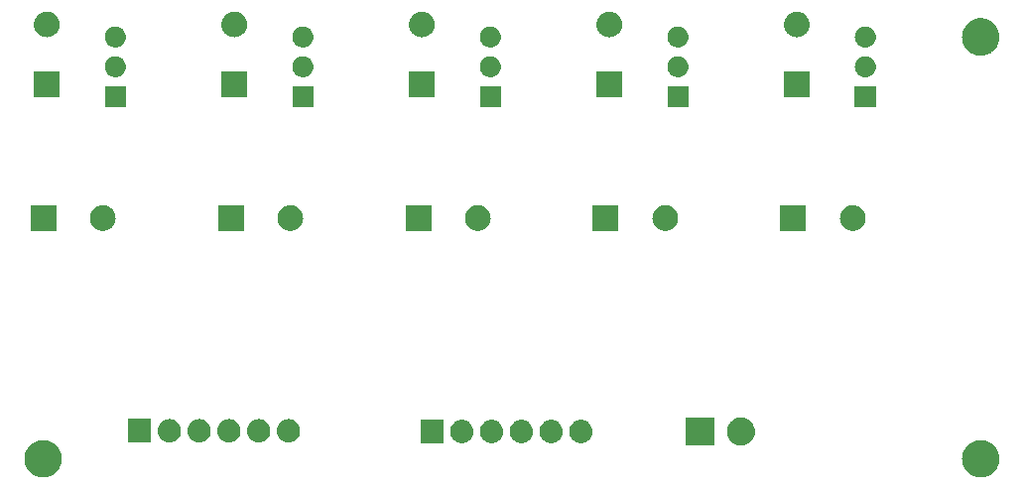
<source format=gbs>
G04 #@! TF.GenerationSoftware,KiCad,Pcbnew,7.0.11-7.0.11~ubuntu22.04.1*
G04 #@! TF.CreationDate,2024-09-19T02:02:40+03:00*
G04 #@! TF.ProjectId,psg14a_power,70736731-3461-45f7-906f-7765722e6b69,rev?*
G04 #@! TF.SameCoordinates,Original*
G04 #@! TF.FileFunction,Soldermask,Bot*
G04 #@! TF.FilePolarity,Negative*
%FSLAX46Y46*%
G04 Gerber Fmt 4.6, Leading zero omitted, Abs format (unit mm)*
G04 Created by KiCad (PCBNEW 7.0.11-7.0.11~ubuntu22.04.1) date 2024-09-19 02:02:40*
%MOMM*%
%LPD*%
G01*
G04 APERTURE LIST*
G04 APERTURE END LIST*
G36*
X30061281Y-79404823D02*
G01*
X30119541Y-79404823D01*
X30183206Y-79414418D01*
X30250295Y-79419699D01*
X30304369Y-79432681D01*
X30355953Y-79440456D01*
X30423358Y-79461247D01*
X30494427Y-79478310D01*
X30540380Y-79497344D01*
X30584420Y-79510929D01*
X30653560Y-79544225D01*
X30726385Y-79574390D01*
X30763765Y-79597296D01*
X30799825Y-79614662D01*
X30868416Y-79661427D01*
X30940456Y-79705573D01*
X30969303Y-79730210D01*
X30997362Y-79749341D01*
X31062871Y-79810124D01*
X31131371Y-79868629D01*
X31152173Y-79892985D01*
X31172626Y-79911963D01*
X31232427Y-79986951D01*
X31294427Y-80059544D01*
X31308061Y-80081793D01*
X31321694Y-80098888D01*
X31373105Y-80187936D01*
X31425610Y-80273615D01*
X31433322Y-80292234D01*
X31441233Y-80305936D01*
X31481580Y-80408739D01*
X31521690Y-80505573D01*
X31525006Y-80519388D01*
X31528580Y-80528493D01*
X31555343Y-80645748D01*
X31580301Y-80749705D01*
X31580948Y-80757930D01*
X31581783Y-80761587D01*
X31592664Y-80906796D01*
X31600000Y-81000000D01*
X31592663Y-81093211D01*
X31581783Y-81238412D01*
X31580948Y-81242068D01*
X31580301Y-81250295D01*
X31555338Y-81354270D01*
X31528580Y-81471506D01*
X31525007Y-81480608D01*
X31521690Y-81494427D01*
X31481572Y-81591278D01*
X31441233Y-81694063D01*
X31433323Y-81707762D01*
X31425610Y-81726385D01*
X31373095Y-81812080D01*
X31321694Y-81901111D01*
X31308064Y-81918202D01*
X31294427Y-81940456D01*
X31232415Y-82013062D01*
X31172626Y-82088036D01*
X31152177Y-82107009D01*
X31131371Y-82131371D01*
X31062857Y-82189886D01*
X30997362Y-82250658D01*
X30969309Y-82269784D01*
X30940456Y-82294427D01*
X30868402Y-82338581D01*
X30799825Y-82385337D01*
X30763772Y-82402698D01*
X30726385Y-82425610D01*
X30653546Y-82455780D01*
X30584420Y-82489070D01*
X30540390Y-82502651D01*
X30494427Y-82521690D01*
X30423344Y-82538755D01*
X30355953Y-82559543D01*
X30304377Y-82567316D01*
X30250295Y-82580301D01*
X30183202Y-82585581D01*
X30119541Y-82595177D01*
X30061281Y-82595177D01*
X30000000Y-82600000D01*
X29938719Y-82595177D01*
X29880459Y-82595177D01*
X29816796Y-82585581D01*
X29749705Y-82580301D01*
X29695623Y-82567317D01*
X29644046Y-82559543D01*
X29576651Y-82538754D01*
X29505573Y-82521690D01*
X29459612Y-82502652D01*
X29415579Y-82489070D01*
X29346449Y-82455778D01*
X29273615Y-82425610D01*
X29236227Y-82402699D01*
X29200175Y-82385337D01*
X29131594Y-82338579D01*
X29059544Y-82294427D01*
X29030694Y-82269787D01*
X29002637Y-82250658D01*
X28937129Y-82189875D01*
X28868629Y-82131371D01*
X28847826Y-82107013D01*
X28827373Y-82088036D01*
X28767569Y-82013045D01*
X28705573Y-81940456D01*
X28691939Y-81918207D01*
X28678305Y-81901111D01*
X28626886Y-81812052D01*
X28574390Y-81726385D01*
X28566678Y-81707768D01*
X28558766Y-81694063D01*
X28518408Y-81591232D01*
X28478310Y-81494427D01*
X28474994Y-81480615D01*
X28471419Y-81471506D01*
X28444641Y-81354186D01*
X28419699Y-81250295D01*
X28419052Y-81242074D01*
X28418216Y-81238412D01*
X28407315Y-81092946D01*
X28400000Y-81000000D01*
X28407314Y-80907061D01*
X28418216Y-80761587D01*
X28419052Y-80757923D01*
X28419699Y-80749705D01*
X28444636Y-80645833D01*
X28471419Y-80528493D01*
X28474994Y-80519382D01*
X28478310Y-80505573D01*
X28518400Y-80408785D01*
X28558766Y-80305936D01*
X28566680Y-80292228D01*
X28574390Y-80273615D01*
X28626876Y-80187964D01*
X28678305Y-80098888D01*
X28691941Y-80081787D01*
X28705573Y-80059544D01*
X28767557Y-79986969D01*
X28827373Y-79911963D01*
X28847830Y-79892981D01*
X28868629Y-79868629D01*
X28937116Y-79810135D01*
X29002637Y-79749341D01*
X29030699Y-79730208D01*
X29059544Y-79705573D01*
X29131579Y-79661429D01*
X29200175Y-79614662D01*
X29236235Y-79597296D01*
X29273615Y-79574390D01*
X29346434Y-79544227D01*
X29415579Y-79510929D01*
X29459622Y-79497343D01*
X29505573Y-79478310D01*
X29576636Y-79461249D01*
X29644046Y-79440456D01*
X29695632Y-79432680D01*
X29749705Y-79419699D01*
X29816792Y-79414418D01*
X29880459Y-79404823D01*
X29938719Y-79404823D01*
X30000000Y-79400000D01*
X30061281Y-79404823D01*
G37*
G36*
X110061281Y-79404823D02*
G01*
X110119541Y-79404823D01*
X110183206Y-79414418D01*
X110250295Y-79419699D01*
X110304369Y-79432681D01*
X110355953Y-79440456D01*
X110423358Y-79461247D01*
X110494427Y-79478310D01*
X110540380Y-79497344D01*
X110584420Y-79510929D01*
X110653560Y-79544225D01*
X110726385Y-79574390D01*
X110763765Y-79597296D01*
X110799825Y-79614662D01*
X110868416Y-79661427D01*
X110940456Y-79705573D01*
X110969303Y-79730210D01*
X110997362Y-79749341D01*
X111062871Y-79810124D01*
X111131371Y-79868629D01*
X111152173Y-79892985D01*
X111172626Y-79911963D01*
X111232427Y-79986951D01*
X111294427Y-80059544D01*
X111308061Y-80081793D01*
X111321694Y-80098888D01*
X111373105Y-80187936D01*
X111425610Y-80273615D01*
X111433322Y-80292234D01*
X111441233Y-80305936D01*
X111481580Y-80408739D01*
X111521690Y-80505573D01*
X111525006Y-80519388D01*
X111528580Y-80528493D01*
X111555343Y-80645748D01*
X111580301Y-80749705D01*
X111580948Y-80757930D01*
X111581783Y-80761587D01*
X111592664Y-80906796D01*
X111600000Y-81000000D01*
X111592663Y-81093211D01*
X111581783Y-81238412D01*
X111580948Y-81242068D01*
X111580301Y-81250295D01*
X111555338Y-81354270D01*
X111528580Y-81471506D01*
X111525007Y-81480608D01*
X111521690Y-81494427D01*
X111481572Y-81591278D01*
X111441233Y-81694063D01*
X111433323Y-81707762D01*
X111425610Y-81726385D01*
X111373095Y-81812080D01*
X111321694Y-81901111D01*
X111308064Y-81918202D01*
X111294427Y-81940456D01*
X111232415Y-82013062D01*
X111172626Y-82088036D01*
X111152177Y-82107009D01*
X111131371Y-82131371D01*
X111062857Y-82189886D01*
X110997362Y-82250658D01*
X110969309Y-82269784D01*
X110940456Y-82294427D01*
X110868402Y-82338581D01*
X110799825Y-82385337D01*
X110763772Y-82402698D01*
X110726385Y-82425610D01*
X110653546Y-82455780D01*
X110584420Y-82489070D01*
X110540390Y-82502651D01*
X110494427Y-82521690D01*
X110423344Y-82538755D01*
X110355953Y-82559543D01*
X110304377Y-82567316D01*
X110250295Y-82580301D01*
X110183202Y-82585581D01*
X110119541Y-82595177D01*
X110061281Y-82595177D01*
X110000000Y-82600000D01*
X109938719Y-82595177D01*
X109880459Y-82595177D01*
X109816796Y-82585581D01*
X109749705Y-82580301D01*
X109695623Y-82567317D01*
X109644046Y-82559543D01*
X109576651Y-82538754D01*
X109505573Y-82521690D01*
X109459612Y-82502652D01*
X109415579Y-82489070D01*
X109346449Y-82455778D01*
X109273615Y-82425610D01*
X109236227Y-82402699D01*
X109200175Y-82385337D01*
X109131594Y-82338579D01*
X109059544Y-82294427D01*
X109030694Y-82269787D01*
X109002637Y-82250658D01*
X108937129Y-82189875D01*
X108868629Y-82131371D01*
X108847826Y-82107013D01*
X108827373Y-82088036D01*
X108767569Y-82013045D01*
X108705573Y-81940456D01*
X108691939Y-81918207D01*
X108678305Y-81901111D01*
X108626886Y-81812052D01*
X108574390Y-81726385D01*
X108566678Y-81707768D01*
X108558766Y-81694063D01*
X108518408Y-81591232D01*
X108478310Y-81494427D01*
X108474994Y-81480615D01*
X108471419Y-81471506D01*
X108444641Y-81354186D01*
X108419699Y-81250295D01*
X108419052Y-81242074D01*
X108418216Y-81238412D01*
X108407315Y-81092946D01*
X108400000Y-81000000D01*
X108407314Y-80907061D01*
X108418216Y-80761587D01*
X108419052Y-80757923D01*
X108419699Y-80749705D01*
X108444636Y-80645833D01*
X108471419Y-80528493D01*
X108474994Y-80519382D01*
X108478310Y-80505573D01*
X108518400Y-80408785D01*
X108558766Y-80305936D01*
X108566680Y-80292228D01*
X108574390Y-80273615D01*
X108626876Y-80187964D01*
X108678305Y-80098888D01*
X108691941Y-80081787D01*
X108705573Y-80059544D01*
X108767557Y-79986969D01*
X108827373Y-79911963D01*
X108847830Y-79892981D01*
X108868629Y-79868629D01*
X108937116Y-79810135D01*
X109002637Y-79749341D01*
X109030699Y-79730208D01*
X109059544Y-79705573D01*
X109131579Y-79661429D01*
X109200175Y-79614662D01*
X109236235Y-79597296D01*
X109273615Y-79574390D01*
X109346434Y-79544227D01*
X109415579Y-79510929D01*
X109459622Y-79497343D01*
X109505573Y-79478310D01*
X109576636Y-79461249D01*
X109644046Y-79440456D01*
X109695632Y-79432680D01*
X109749705Y-79419699D01*
X109816792Y-79414418D01*
X109880459Y-79404823D01*
X109938719Y-79404823D01*
X110000000Y-79400000D01*
X110061281Y-79404823D01*
G37*
G36*
X87242500Y-79876500D02*
G01*
X84842500Y-79876500D01*
X84842500Y-77476500D01*
X87242500Y-77476500D01*
X87242500Y-79876500D01*
G37*
G36*
X89595559Y-77481619D02*
G01*
X89653222Y-77481619D01*
X89703952Y-77491102D01*
X89750792Y-77495200D01*
X89808282Y-77510604D01*
X89870896Y-77522309D01*
X89913362Y-77538760D01*
X89952759Y-77549317D01*
X90012406Y-77577130D01*
X90077386Y-77602304D01*
X90110922Y-77623069D01*
X90142263Y-77637683D01*
X90201377Y-77679076D01*
X90265662Y-77718879D01*
X90290305Y-77741344D01*
X90313536Y-77757611D01*
X90369103Y-77813178D01*
X90429311Y-77868065D01*
X90445723Y-77889798D01*
X90461390Y-77905465D01*
X90510260Y-77975259D01*
X90562761Y-78044781D01*
X90572166Y-78063670D01*
X90581314Y-78076734D01*
X90620266Y-78160267D01*
X90661467Y-78243010D01*
X90665563Y-78257407D01*
X90669682Y-78266240D01*
X90695638Y-78363109D01*
X90722068Y-78456001D01*
X90722881Y-78464784D01*
X90723799Y-78468207D01*
X90733941Y-78584136D01*
X90742500Y-78676500D01*
X90733940Y-78768870D01*
X90723799Y-78884792D01*
X90722882Y-78888214D01*
X90722068Y-78896999D01*
X90695633Y-78989907D01*
X90669682Y-79086759D01*
X90665564Y-79095589D01*
X90661467Y-79109990D01*
X90620268Y-79192728D01*
X90581316Y-79276263D01*
X90572167Y-79289328D01*
X90562761Y-79308219D01*
X90510249Y-79377755D01*
X90461388Y-79447536D01*
X90445726Y-79463197D01*
X90429311Y-79484935D01*
X90369092Y-79539831D01*
X90313536Y-79595388D01*
X90290310Y-79611650D01*
X90265662Y-79634121D01*
X90201365Y-79673931D01*
X90142263Y-79715316D01*
X90110929Y-79729926D01*
X90077386Y-79750696D01*
X90012393Y-79775874D01*
X89952759Y-79803682D01*
X89913371Y-79814235D01*
X89870896Y-79830691D01*
X89808270Y-79842397D01*
X89750792Y-79857799D01*
X89703962Y-79861895D01*
X89653222Y-79871381D01*
X89595547Y-79871381D01*
X89542500Y-79876022D01*
X89489452Y-79871381D01*
X89431778Y-79871381D01*
X89381037Y-79861896D01*
X89334207Y-79857799D01*
X89276726Y-79842396D01*
X89214104Y-79830691D01*
X89171631Y-79814236D01*
X89132240Y-79803682D01*
X89072600Y-79775872D01*
X89007614Y-79750696D01*
X88974073Y-79729928D01*
X88942736Y-79715316D01*
X88883625Y-79673926D01*
X88819338Y-79634121D01*
X88794692Y-79611653D01*
X88771463Y-79595388D01*
X88715896Y-79539821D01*
X88655689Y-79484935D01*
X88639276Y-79463201D01*
X88623611Y-79447536D01*
X88574736Y-79377736D01*
X88522239Y-79308219D01*
X88512835Y-79289333D01*
X88503683Y-79276263D01*
X88464715Y-79192696D01*
X88423533Y-79109990D01*
X88419437Y-79095595D01*
X88415317Y-79086759D01*
X88389349Y-78989846D01*
X88362932Y-78896999D01*
X88362118Y-78888219D01*
X88361200Y-78884792D01*
X88351041Y-78768677D01*
X88342500Y-78676500D01*
X88351040Y-78584329D01*
X88361200Y-78468207D01*
X88362118Y-78464778D01*
X88362932Y-78456001D01*
X88389344Y-78363169D01*
X88415317Y-78266240D01*
X88419437Y-78257402D01*
X88423533Y-78243010D01*
X88464717Y-78160299D01*
X88503685Y-78076734D01*
X88512835Y-78063665D01*
X88522239Y-78044781D01*
X88574725Y-77975277D01*
X88623609Y-77905465D01*
X88639279Y-77889794D01*
X88655689Y-77868065D01*
X88715884Y-77813189D01*
X88771465Y-77757609D01*
X88794699Y-77741340D01*
X88819338Y-77718879D01*
X88883615Y-77679080D01*
X88942734Y-77637685D01*
X88974074Y-77623070D01*
X89007614Y-77602304D01*
X89072592Y-77577131D01*
X89132240Y-77549317D01*
X89171639Y-77538759D01*
X89214104Y-77522309D01*
X89276713Y-77510605D01*
X89334207Y-77495200D01*
X89381047Y-77491102D01*
X89431778Y-77481619D01*
X89489441Y-77481619D01*
X89542500Y-77476977D01*
X89595559Y-77481619D01*
G37*
G36*
X64181990Y-79675990D02*
G01*
X62183010Y-79675990D01*
X62183010Y-77677010D01*
X64181990Y-77677010D01*
X64181990Y-79675990D01*
G37*
G36*
X65771205Y-77681807D02*
G01*
X65814670Y-77681807D01*
X65863074Y-77690855D01*
X65917491Y-77696215D01*
X65958831Y-77708755D01*
X65995879Y-77715681D01*
X66047193Y-77735560D01*
X66104988Y-77753092D01*
X66138007Y-77770741D01*
X66167775Y-77782273D01*
X66219492Y-77814295D01*
X66277787Y-77845454D01*
X66302281Y-77865556D01*
X66324501Y-77879314D01*
X66373736Y-77924197D01*
X66429246Y-77969754D01*
X66445696Y-77989798D01*
X66460737Y-78003510D01*
X66504399Y-78061327D01*
X66553546Y-78121213D01*
X66563049Y-78138993D01*
X66571826Y-78150615D01*
X66606751Y-78220754D01*
X66645908Y-78294012D01*
X66650083Y-78307776D01*
X66653999Y-78315640D01*
X66677120Y-78396904D01*
X66702785Y-78481509D01*
X66703628Y-78490072D01*
X66704444Y-78492939D01*
X66712927Y-78584482D01*
X66721990Y-78676500D01*
X66712926Y-78768525D01*
X66704444Y-78860060D01*
X66703628Y-78862925D01*
X66702785Y-78871491D01*
X66677115Y-78956110D01*
X66653999Y-79037359D01*
X66650084Y-79045220D01*
X66645908Y-79058988D01*
X66606743Y-79132259D01*
X66571826Y-79202384D01*
X66563051Y-79214003D01*
X66553546Y-79231787D01*
X66504389Y-79291683D01*
X66460737Y-79349489D01*
X66445699Y-79363197D01*
X66429246Y-79383246D01*
X66373725Y-79428811D01*
X66324501Y-79473685D01*
X66302286Y-79487439D01*
X66277787Y-79507546D01*
X66219481Y-79538710D01*
X66167775Y-79570726D01*
X66138014Y-79582255D01*
X66104988Y-79599908D01*
X66047181Y-79617443D01*
X65995879Y-79637318D01*
X65958838Y-79644242D01*
X65917491Y-79656785D01*
X65863071Y-79662144D01*
X65814670Y-79671193D01*
X65771205Y-79671193D01*
X65722500Y-79675990D01*
X65673795Y-79671193D01*
X65630330Y-79671193D01*
X65581927Y-79662144D01*
X65527509Y-79656785D01*
X65486162Y-79644242D01*
X65449120Y-79637318D01*
X65397813Y-79617442D01*
X65340012Y-79599908D01*
X65306987Y-79582256D01*
X65277224Y-79570726D01*
X65225511Y-79538706D01*
X65167213Y-79507546D01*
X65142716Y-79487442D01*
X65120498Y-79473685D01*
X65071264Y-79428802D01*
X65015754Y-79383246D01*
X64999303Y-79363201D01*
X64984262Y-79349489D01*
X64940597Y-79291668D01*
X64891454Y-79231787D01*
X64881950Y-79214007D01*
X64873173Y-79202384D01*
X64838241Y-79132232D01*
X64799092Y-79058988D01*
X64794917Y-79045225D01*
X64791000Y-79037359D01*
X64767868Y-78956057D01*
X64742215Y-78871491D01*
X64741371Y-78862931D01*
X64740555Y-78860060D01*
X64732056Y-78768353D01*
X64723010Y-78676500D01*
X64732056Y-78584654D01*
X64740555Y-78492939D01*
X64741372Y-78490067D01*
X64742215Y-78481509D01*
X64767863Y-78396957D01*
X64791000Y-78315640D01*
X64794918Y-78307771D01*
X64799092Y-78294012D01*
X64838234Y-78220781D01*
X64873173Y-78150615D01*
X64881952Y-78138988D01*
X64891454Y-78121213D01*
X64940588Y-78061342D01*
X64984262Y-78003510D01*
X64999306Y-77989794D01*
X65015754Y-77969754D01*
X65071253Y-77924206D01*
X65120498Y-77879314D01*
X65142721Y-77865553D01*
X65167213Y-77845454D01*
X65225499Y-77814299D01*
X65277224Y-77782273D01*
X65306994Y-77770739D01*
X65340012Y-77753092D01*
X65397801Y-77735561D01*
X65449120Y-77715681D01*
X65486169Y-77708755D01*
X65527509Y-77696215D01*
X65581924Y-77690855D01*
X65630330Y-77681807D01*
X65673795Y-77681807D01*
X65722500Y-77677010D01*
X65771205Y-77681807D01*
G37*
G36*
X68311205Y-77681807D02*
G01*
X68354670Y-77681807D01*
X68403074Y-77690855D01*
X68457491Y-77696215D01*
X68498831Y-77708755D01*
X68535879Y-77715681D01*
X68587193Y-77735560D01*
X68644988Y-77753092D01*
X68678007Y-77770741D01*
X68707775Y-77782273D01*
X68759492Y-77814295D01*
X68817787Y-77845454D01*
X68842281Y-77865556D01*
X68864501Y-77879314D01*
X68913736Y-77924197D01*
X68969246Y-77969754D01*
X68985696Y-77989798D01*
X69000737Y-78003510D01*
X69044399Y-78061327D01*
X69093546Y-78121213D01*
X69103049Y-78138993D01*
X69111826Y-78150615D01*
X69146751Y-78220754D01*
X69185908Y-78294012D01*
X69190083Y-78307776D01*
X69193999Y-78315640D01*
X69217120Y-78396904D01*
X69242785Y-78481509D01*
X69243628Y-78490072D01*
X69244444Y-78492939D01*
X69252927Y-78584482D01*
X69261990Y-78676500D01*
X69252926Y-78768525D01*
X69244444Y-78860060D01*
X69243628Y-78862925D01*
X69242785Y-78871491D01*
X69217115Y-78956110D01*
X69193999Y-79037359D01*
X69190084Y-79045220D01*
X69185908Y-79058988D01*
X69146743Y-79132259D01*
X69111826Y-79202384D01*
X69103051Y-79214003D01*
X69093546Y-79231787D01*
X69044389Y-79291683D01*
X69000737Y-79349489D01*
X68985699Y-79363197D01*
X68969246Y-79383246D01*
X68913725Y-79428811D01*
X68864501Y-79473685D01*
X68842286Y-79487439D01*
X68817787Y-79507546D01*
X68759481Y-79538710D01*
X68707775Y-79570726D01*
X68678014Y-79582255D01*
X68644988Y-79599908D01*
X68587181Y-79617443D01*
X68535879Y-79637318D01*
X68498838Y-79644242D01*
X68457491Y-79656785D01*
X68403071Y-79662144D01*
X68354670Y-79671193D01*
X68311205Y-79671193D01*
X68262500Y-79675990D01*
X68213795Y-79671193D01*
X68170330Y-79671193D01*
X68121927Y-79662144D01*
X68067509Y-79656785D01*
X68026162Y-79644242D01*
X67989120Y-79637318D01*
X67937813Y-79617442D01*
X67880012Y-79599908D01*
X67846987Y-79582256D01*
X67817224Y-79570726D01*
X67765511Y-79538706D01*
X67707213Y-79507546D01*
X67682716Y-79487442D01*
X67660498Y-79473685D01*
X67611264Y-79428802D01*
X67555754Y-79383246D01*
X67539303Y-79363201D01*
X67524262Y-79349489D01*
X67480597Y-79291668D01*
X67431454Y-79231787D01*
X67421950Y-79214007D01*
X67413173Y-79202384D01*
X67378241Y-79132232D01*
X67339092Y-79058988D01*
X67334917Y-79045225D01*
X67331000Y-79037359D01*
X67307868Y-78956057D01*
X67282215Y-78871491D01*
X67281371Y-78862931D01*
X67280555Y-78860060D01*
X67272056Y-78768353D01*
X67263010Y-78676500D01*
X67272056Y-78584654D01*
X67280555Y-78492939D01*
X67281372Y-78490067D01*
X67282215Y-78481509D01*
X67307863Y-78396957D01*
X67331000Y-78315640D01*
X67334918Y-78307771D01*
X67339092Y-78294012D01*
X67378234Y-78220781D01*
X67413173Y-78150615D01*
X67421952Y-78138988D01*
X67431454Y-78121213D01*
X67480588Y-78061342D01*
X67524262Y-78003510D01*
X67539306Y-77989794D01*
X67555754Y-77969754D01*
X67611253Y-77924206D01*
X67660498Y-77879314D01*
X67682721Y-77865553D01*
X67707213Y-77845454D01*
X67765499Y-77814299D01*
X67817224Y-77782273D01*
X67846994Y-77770739D01*
X67880012Y-77753092D01*
X67937801Y-77735561D01*
X67989120Y-77715681D01*
X68026169Y-77708755D01*
X68067509Y-77696215D01*
X68121924Y-77690855D01*
X68170330Y-77681807D01*
X68213795Y-77681807D01*
X68262500Y-77677010D01*
X68311205Y-77681807D01*
G37*
G36*
X70851205Y-77681807D02*
G01*
X70894670Y-77681807D01*
X70943074Y-77690855D01*
X70997491Y-77696215D01*
X71038831Y-77708755D01*
X71075879Y-77715681D01*
X71127193Y-77735560D01*
X71184988Y-77753092D01*
X71218007Y-77770741D01*
X71247775Y-77782273D01*
X71299492Y-77814295D01*
X71357787Y-77845454D01*
X71382281Y-77865556D01*
X71404501Y-77879314D01*
X71453736Y-77924197D01*
X71509246Y-77969754D01*
X71525696Y-77989798D01*
X71540737Y-78003510D01*
X71584399Y-78061327D01*
X71633546Y-78121213D01*
X71643049Y-78138993D01*
X71651826Y-78150615D01*
X71686751Y-78220754D01*
X71725908Y-78294012D01*
X71730083Y-78307776D01*
X71733999Y-78315640D01*
X71757120Y-78396904D01*
X71782785Y-78481509D01*
X71783628Y-78490072D01*
X71784444Y-78492939D01*
X71792927Y-78584482D01*
X71801990Y-78676500D01*
X71792926Y-78768525D01*
X71784444Y-78860060D01*
X71783628Y-78862925D01*
X71782785Y-78871491D01*
X71757115Y-78956110D01*
X71733999Y-79037359D01*
X71730084Y-79045220D01*
X71725908Y-79058988D01*
X71686743Y-79132259D01*
X71651826Y-79202384D01*
X71643051Y-79214003D01*
X71633546Y-79231787D01*
X71584389Y-79291683D01*
X71540737Y-79349489D01*
X71525699Y-79363197D01*
X71509246Y-79383246D01*
X71453725Y-79428811D01*
X71404501Y-79473685D01*
X71382286Y-79487439D01*
X71357787Y-79507546D01*
X71299481Y-79538710D01*
X71247775Y-79570726D01*
X71218014Y-79582255D01*
X71184988Y-79599908D01*
X71127181Y-79617443D01*
X71075879Y-79637318D01*
X71038838Y-79644242D01*
X70997491Y-79656785D01*
X70943071Y-79662144D01*
X70894670Y-79671193D01*
X70851205Y-79671193D01*
X70802500Y-79675990D01*
X70753795Y-79671193D01*
X70710330Y-79671193D01*
X70661927Y-79662144D01*
X70607509Y-79656785D01*
X70566162Y-79644242D01*
X70529120Y-79637318D01*
X70477813Y-79617442D01*
X70420012Y-79599908D01*
X70386987Y-79582256D01*
X70357224Y-79570726D01*
X70305511Y-79538706D01*
X70247213Y-79507546D01*
X70222716Y-79487442D01*
X70200498Y-79473685D01*
X70151264Y-79428802D01*
X70095754Y-79383246D01*
X70079303Y-79363201D01*
X70064262Y-79349489D01*
X70020597Y-79291668D01*
X69971454Y-79231787D01*
X69961950Y-79214007D01*
X69953173Y-79202384D01*
X69918241Y-79132232D01*
X69879092Y-79058988D01*
X69874917Y-79045225D01*
X69871000Y-79037359D01*
X69847868Y-78956057D01*
X69822215Y-78871491D01*
X69821371Y-78862931D01*
X69820555Y-78860060D01*
X69812056Y-78768353D01*
X69803010Y-78676500D01*
X69812056Y-78584654D01*
X69820555Y-78492939D01*
X69821372Y-78490067D01*
X69822215Y-78481509D01*
X69847863Y-78396957D01*
X69871000Y-78315640D01*
X69874918Y-78307771D01*
X69879092Y-78294012D01*
X69918234Y-78220781D01*
X69953173Y-78150615D01*
X69961952Y-78138988D01*
X69971454Y-78121213D01*
X70020588Y-78061342D01*
X70064262Y-78003510D01*
X70079306Y-77989794D01*
X70095754Y-77969754D01*
X70151253Y-77924206D01*
X70200498Y-77879314D01*
X70222721Y-77865553D01*
X70247213Y-77845454D01*
X70305499Y-77814299D01*
X70357224Y-77782273D01*
X70386994Y-77770739D01*
X70420012Y-77753092D01*
X70477801Y-77735561D01*
X70529120Y-77715681D01*
X70566169Y-77708755D01*
X70607509Y-77696215D01*
X70661924Y-77690855D01*
X70710330Y-77681807D01*
X70753795Y-77681807D01*
X70802500Y-77677010D01*
X70851205Y-77681807D01*
G37*
G36*
X73391205Y-77681807D02*
G01*
X73434670Y-77681807D01*
X73483074Y-77690855D01*
X73537491Y-77696215D01*
X73578831Y-77708755D01*
X73615879Y-77715681D01*
X73667193Y-77735560D01*
X73724988Y-77753092D01*
X73758007Y-77770741D01*
X73787775Y-77782273D01*
X73839492Y-77814295D01*
X73897787Y-77845454D01*
X73922281Y-77865556D01*
X73944501Y-77879314D01*
X73993736Y-77924197D01*
X74049246Y-77969754D01*
X74065696Y-77989798D01*
X74080737Y-78003510D01*
X74124399Y-78061327D01*
X74173546Y-78121213D01*
X74183049Y-78138993D01*
X74191826Y-78150615D01*
X74226751Y-78220754D01*
X74265908Y-78294012D01*
X74270083Y-78307776D01*
X74273999Y-78315640D01*
X74297120Y-78396904D01*
X74322785Y-78481509D01*
X74323628Y-78490072D01*
X74324444Y-78492939D01*
X74332927Y-78584482D01*
X74341990Y-78676500D01*
X74332926Y-78768525D01*
X74324444Y-78860060D01*
X74323628Y-78862925D01*
X74322785Y-78871491D01*
X74297115Y-78956110D01*
X74273999Y-79037359D01*
X74270084Y-79045220D01*
X74265908Y-79058988D01*
X74226743Y-79132259D01*
X74191826Y-79202384D01*
X74183051Y-79214003D01*
X74173546Y-79231787D01*
X74124389Y-79291683D01*
X74080737Y-79349489D01*
X74065699Y-79363197D01*
X74049246Y-79383246D01*
X73993725Y-79428811D01*
X73944501Y-79473685D01*
X73922286Y-79487439D01*
X73897787Y-79507546D01*
X73839481Y-79538710D01*
X73787775Y-79570726D01*
X73758014Y-79582255D01*
X73724988Y-79599908D01*
X73667181Y-79617443D01*
X73615879Y-79637318D01*
X73578838Y-79644242D01*
X73537491Y-79656785D01*
X73483071Y-79662144D01*
X73434670Y-79671193D01*
X73391205Y-79671193D01*
X73342500Y-79675990D01*
X73293795Y-79671193D01*
X73250330Y-79671193D01*
X73201927Y-79662144D01*
X73147509Y-79656785D01*
X73106162Y-79644242D01*
X73069120Y-79637318D01*
X73017813Y-79617442D01*
X72960012Y-79599908D01*
X72926987Y-79582256D01*
X72897224Y-79570726D01*
X72845511Y-79538706D01*
X72787213Y-79507546D01*
X72762716Y-79487442D01*
X72740498Y-79473685D01*
X72691264Y-79428802D01*
X72635754Y-79383246D01*
X72619303Y-79363201D01*
X72604262Y-79349489D01*
X72560597Y-79291668D01*
X72511454Y-79231787D01*
X72501950Y-79214007D01*
X72493173Y-79202384D01*
X72458241Y-79132232D01*
X72419092Y-79058988D01*
X72414917Y-79045225D01*
X72411000Y-79037359D01*
X72387868Y-78956057D01*
X72362215Y-78871491D01*
X72361371Y-78862931D01*
X72360555Y-78860060D01*
X72352056Y-78768353D01*
X72343010Y-78676500D01*
X72352056Y-78584654D01*
X72360555Y-78492939D01*
X72361372Y-78490067D01*
X72362215Y-78481509D01*
X72387863Y-78396957D01*
X72411000Y-78315640D01*
X72414918Y-78307771D01*
X72419092Y-78294012D01*
X72458234Y-78220781D01*
X72493173Y-78150615D01*
X72501952Y-78138988D01*
X72511454Y-78121213D01*
X72560588Y-78061342D01*
X72604262Y-78003510D01*
X72619306Y-77989794D01*
X72635754Y-77969754D01*
X72691253Y-77924206D01*
X72740498Y-77879314D01*
X72762721Y-77865553D01*
X72787213Y-77845454D01*
X72845499Y-77814299D01*
X72897224Y-77782273D01*
X72926994Y-77770739D01*
X72960012Y-77753092D01*
X73017801Y-77735561D01*
X73069120Y-77715681D01*
X73106169Y-77708755D01*
X73147509Y-77696215D01*
X73201924Y-77690855D01*
X73250330Y-77681807D01*
X73293795Y-77681807D01*
X73342500Y-77677010D01*
X73391205Y-77681807D01*
G37*
G36*
X75931205Y-77681807D02*
G01*
X75974670Y-77681807D01*
X76023074Y-77690855D01*
X76077491Y-77696215D01*
X76118831Y-77708755D01*
X76155879Y-77715681D01*
X76207193Y-77735560D01*
X76264988Y-77753092D01*
X76298007Y-77770741D01*
X76327775Y-77782273D01*
X76379492Y-77814295D01*
X76437787Y-77845454D01*
X76462281Y-77865556D01*
X76484501Y-77879314D01*
X76533736Y-77924197D01*
X76589246Y-77969754D01*
X76605696Y-77989798D01*
X76620737Y-78003510D01*
X76664399Y-78061327D01*
X76713546Y-78121213D01*
X76723049Y-78138993D01*
X76731826Y-78150615D01*
X76766751Y-78220754D01*
X76805908Y-78294012D01*
X76810083Y-78307776D01*
X76813999Y-78315640D01*
X76837120Y-78396904D01*
X76862785Y-78481509D01*
X76863628Y-78490072D01*
X76864444Y-78492939D01*
X76872927Y-78584482D01*
X76881990Y-78676500D01*
X76872926Y-78768525D01*
X76864444Y-78860060D01*
X76863628Y-78862925D01*
X76862785Y-78871491D01*
X76837115Y-78956110D01*
X76813999Y-79037359D01*
X76810084Y-79045220D01*
X76805908Y-79058988D01*
X76766743Y-79132259D01*
X76731826Y-79202384D01*
X76723051Y-79214003D01*
X76713546Y-79231787D01*
X76664389Y-79291683D01*
X76620737Y-79349489D01*
X76605699Y-79363197D01*
X76589246Y-79383246D01*
X76533725Y-79428811D01*
X76484501Y-79473685D01*
X76462286Y-79487439D01*
X76437787Y-79507546D01*
X76379481Y-79538710D01*
X76327775Y-79570726D01*
X76298014Y-79582255D01*
X76264988Y-79599908D01*
X76207181Y-79617443D01*
X76155879Y-79637318D01*
X76118838Y-79644242D01*
X76077491Y-79656785D01*
X76023071Y-79662144D01*
X75974670Y-79671193D01*
X75931205Y-79671193D01*
X75882500Y-79675990D01*
X75833795Y-79671193D01*
X75790330Y-79671193D01*
X75741927Y-79662144D01*
X75687509Y-79656785D01*
X75646162Y-79644242D01*
X75609120Y-79637318D01*
X75557813Y-79617442D01*
X75500012Y-79599908D01*
X75466987Y-79582256D01*
X75437224Y-79570726D01*
X75385511Y-79538706D01*
X75327213Y-79507546D01*
X75302716Y-79487442D01*
X75280498Y-79473685D01*
X75231264Y-79428802D01*
X75175754Y-79383246D01*
X75159303Y-79363201D01*
X75144262Y-79349489D01*
X75100597Y-79291668D01*
X75051454Y-79231787D01*
X75041950Y-79214007D01*
X75033173Y-79202384D01*
X74998241Y-79132232D01*
X74959092Y-79058988D01*
X74954917Y-79045225D01*
X74951000Y-79037359D01*
X74927868Y-78956057D01*
X74902215Y-78871491D01*
X74901371Y-78862931D01*
X74900555Y-78860060D01*
X74892056Y-78768353D01*
X74883010Y-78676500D01*
X74892056Y-78584654D01*
X74900555Y-78492939D01*
X74901372Y-78490067D01*
X74902215Y-78481509D01*
X74927863Y-78396957D01*
X74951000Y-78315640D01*
X74954918Y-78307771D01*
X74959092Y-78294012D01*
X74998234Y-78220781D01*
X75033173Y-78150615D01*
X75041952Y-78138988D01*
X75051454Y-78121213D01*
X75100588Y-78061342D01*
X75144262Y-78003510D01*
X75159306Y-77989794D01*
X75175754Y-77969754D01*
X75231253Y-77924206D01*
X75280498Y-77879314D01*
X75302721Y-77865553D01*
X75327213Y-77845454D01*
X75385499Y-77814299D01*
X75437224Y-77782273D01*
X75466994Y-77770739D01*
X75500012Y-77753092D01*
X75557801Y-77735561D01*
X75609120Y-77715681D01*
X75646169Y-77708755D01*
X75687509Y-77696215D01*
X75741924Y-77690855D01*
X75790330Y-77681807D01*
X75833795Y-77681807D01*
X75882500Y-77677010D01*
X75931205Y-77681807D01*
G37*
G36*
X39226490Y-79612490D02*
G01*
X37227510Y-79612490D01*
X37227510Y-77613510D01*
X39226490Y-77613510D01*
X39226490Y-79612490D01*
G37*
G36*
X40815705Y-77618307D02*
G01*
X40859170Y-77618307D01*
X40907574Y-77627355D01*
X40961991Y-77632715D01*
X41003331Y-77645255D01*
X41040379Y-77652181D01*
X41091693Y-77672060D01*
X41149488Y-77689592D01*
X41182507Y-77707241D01*
X41212275Y-77718773D01*
X41263992Y-77750795D01*
X41322287Y-77781954D01*
X41346781Y-77802056D01*
X41369001Y-77815814D01*
X41418236Y-77860697D01*
X41473746Y-77906254D01*
X41490196Y-77926298D01*
X41505237Y-77940010D01*
X41548899Y-77997827D01*
X41598046Y-78057713D01*
X41607549Y-78075493D01*
X41616326Y-78087115D01*
X41651251Y-78157254D01*
X41690408Y-78230512D01*
X41694583Y-78244276D01*
X41698499Y-78252140D01*
X41721620Y-78333404D01*
X41747285Y-78418009D01*
X41748128Y-78426572D01*
X41748944Y-78429439D01*
X41757427Y-78520982D01*
X41766490Y-78613000D01*
X41757426Y-78705025D01*
X41748944Y-78796560D01*
X41748128Y-78799425D01*
X41747285Y-78807991D01*
X41721615Y-78892610D01*
X41698499Y-78973859D01*
X41694584Y-78981720D01*
X41690408Y-78995488D01*
X41651243Y-79068759D01*
X41616326Y-79138884D01*
X41607551Y-79150503D01*
X41598046Y-79168287D01*
X41548889Y-79228183D01*
X41505237Y-79285989D01*
X41490199Y-79299697D01*
X41473746Y-79319746D01*
X41418225Y-79365311D01*
X41369001Y-79410185D01*
X41346786Y-79423939D01*
X41322287Y-79444046D01*
X41263981Y-79475210D01*
X41212275Y-79507226D01*
X41182514Y-79518755D01*
X41149488Y-79536408D01*
X41091681Y-79553943D01*
X41040379Y-79573818D01*
X41003338Y-79580742D01*
X40961991Y-79593285D01*
X40907571Y-79598644D01*
X40859170Y-79607693D01*
X40815705Y-79607693D01*
X40767000Y-79612490D01*
X40718295Y-79607693D01*
X40674830Y-79607693D01*
X40626427Y-79598644D01*
X40572009Y-79593285D01*
X40530662Y-79580742D01*
X40493620Y-79573818D01*
X40442313Y-79553942D01*
X40384512Y-79536408D01*
X40351487Y-79518756D01*
X40321724Y-79507226D01*
X40270011Y-79475206D01*
X40211713Y-79444046D01*
X40187216Y-79423942D01*
X40164998Y-79410185D01*
X40115764Y-79365302D01*
X40060254Y-79319746D01*
X40043803Y-79299701D01*
X40028762Y-79285989D01*
X39985097Y-79228168D01*
X39935954Y-79168287D01*
X39926450Y-79150507D01*
X39917673Y-79138884D01*
X39882741Y-79068732D01*
X39843592Y-78995488D01*
X39839417Y-78981725D01*
X39835500Y-78973859D01*
X39812368Y-78892557D01*
X39786715Y-78807991D01*
X39785871Y-78799431D01*
X39785055Y-78796560D01*
X39776556Y-78704853D01*
X39767510Y-78613000D01*
X39776556Y-78521154D01*
X39785055Y-78429439D01*
X39785872Y-78426567D01*
X39786715Y-78418009D01*
X39812363Y-78333457D01*
X39835500Y-78252140D01*
X39839418Y-78244271D01*
X39843592Y-78230512D01*
X39882734Y-78157281D01*
X39917673Y-78087115D01*
X39926452Y-78075488D01*
X39935954Y-78057713D01*
X39985088Y-77997842D01*
X40028762Y-77940010D01*
X40043806Y-77926294D01*
X40060254Y-77906254D01*
X40115753Y-77860706D01*
X40164998Y-77815814D01*
X40187221Y-77802053D01*
X40211713Y-77781954D01*
X40269999Y-77750799D01*
X40321724Y-77718773D01*
X40351494Y-77707239D01*
X40384512Y-77689592D01*
X40442301Y-77672061D01*
X40493620Y-77652181D01*
X40530669Y-77645255D01*
X40572009Y-77632715D01*
X40626424Y-77627355D01*
X40674830Y-77618307D01*
X40718295Y-77618307D01*
X40767000Y-77613510D01*
X40815705Y-77618307D01*
G37*
G36*
X43355705Y-77618307D02*
G01*
X43399170Y-77618307D01*
X43447574Y-77627355D01*
X43501991Y-77632715D01*
X43543331Y-77645255D01*
X43580379Y-77652181D01*
X43631693Y-77672060D01*
X43689488Y-77689592D01*
X43722507Y-77707241D01*
X43752275Y-77718773D01*
X43803992Y-77750795D01*
X43862287Y-77781954D01*
X43886781Y-77802056D01*
X43909001Y-77815814D01*
X43958236Y-77860697D01*
X44013746Y-77906254D01*
X44030196Y-77926298D01*
X44045237Y-77940010D01*
X44088899Y-77997827D01*
X44138046Y-78057713D01*
X44147549Y-78075493D01*
X44156326Y-78087115D01*
X44191251Y-78157254D01*
X44230408Y-78230512D01*
X44234583Y-78244276D01*
X44238499Y-78252140D01*
X44261620Y-78333404D01*
X44287285Y-78418009D01*
X44288128Y-78426572D01*
X44288944Y-78429439D01*
X44297427Y-78520982D01*
X44306490Y-78613000D01*
X44297426Y-78705025D01*
X44288944Y-78796560D01*
X44288128Y-78799425D01*
X44287285Y-78807991D01*
X44261615Y-78892610D01*
X44238499Y-78973859D01*
X44234584Y-78981720D01*
X44230408Y-78995488D01*
X44191243Y-79068759D01*
X44156326Y-79138884D01*
X44147551Y-79150503D01*
X44138046Y-79168287D01*
X44088889Y-79228183D01*
X44045237Y-79285989D01*
X44030199Y-79299697D01*
X44013746Y-79319746D01*
X43958225Y-79365311D01*
X43909001Y-79410185D01*
X43886786Y-79423939D01*
X43862287Y-79444046D01*
X43803981Y-79475210D01*
X43752275Y-79507226D01*
X43722514Y-79518755D01*
X43689488Y-79536408D01*
X43631681Y-79553943D01*
X43580379Y-79573818D01*
X43543338Y-79580742D01*
X43501991Y-79593285D01*
X43447571Y-79598644D01*
X43399170Y-79607693D01*
X43355705Y-79607693D01*
X43307000Y-79612490D01*
X43258295Y-79607693D01*
X43214830Y-79607693D01*
X43166427Y-79598644D01*
X43112009Y-79593285D01*
X43070662Y-79580742D01*
X43033620Y-79573818D01*
X42982313Y-79553942D01*
X42924512Y-79536408D01*
X42891487Y-79518756D01*
X42861724Y-79507226D01*
X42810011Y-79475206D01*
X42751713Y-79444046D01*
X42727216Y-79423942D01*
X42704998Y-79410185D01*
X42655764Y-79365302D01*
X42600254Y-79319746D01*
X42583803Y-79299701D01*
X42568762Y-79285989D01*
X42525097Y-79228168D01*
X42475954Y-79168287D01*
X42466450Y-79150507D01*
X42457673Y-79138884D01*
X42422741Y-79068732D01*
X42383592Y-78995488D01*
X42379417Y-78981725D01*
X42375500Y-78973859D01*
X42352368Y-78892557D01*
X42326715Y-78807991D01*
X42325871Y-78799431D01*
X42325055Y-78796560D01*
X42316556Y-78704853D01*
X42307510Y-78613000D01*
X42316556Y-78521154D01*
X42325055Y-78429439D01*
X42325872Y-78426567D01*
X42326715Y-78418009D01*
X42352363Y-78333457D01*
X42375500Y-78252140D01*
X42379418Y-78244271D01*
X42383592Y-78230512D01*
X42422734Y-78157281D01*
X42457673Y-78087115D01*
X42466452Y-78075488D01*
X42475954Y-78057713D01*
X42525088Y-77997842D01*
X42568762Y-77940010D01*
X42583806Y-77926294D01*
X42600254Y-77906254D01*
X42655753Y-77860706D01*
X42704998Y-77815814D01*
X42727221Y-77802053D01*
X42751713Y-77781954D01*
X42809999Y-77750799D01*
X42861724Y-77718773D01*
X42891494Y-77707239D01*
X42924512Y-77689592D01*
X42982301Y-77672061D01*
X43033620Y-77652181D01*
X43070669Y-77645255D01*
X43112009Y-77632715D01*
X43166424Y-77627355D01*
X43214830Y-77618307D01*
X43258295Y-77618307D01*
X43307000Y-77613510D01*
X43355705Y-77618307D01*
G37*
G36*
X45895705Y-77618307D02*
G01*
X45939170Y-77618307D01*
X45987574Y-77627355D01*
X46041991Y-77632715D01*
X46083331Y-77645255D01*
X46120379Y-77652181D01*
X46171693Y-77672060D01*
X46229488Y-77689592D01*
X46262507Y-77707241D01*
X46292275Y-77718773D01*
X46343992Y-77750795D01*
X46402287Y-77781954D01*
X46426781Y-77802056D01*
X46449001Y-77815814D01*
X46498236Y-77860697D01*
X46553746Y-77906254D01*
X46570196Y-77926298D01*
X46585237Y-77940010D01*
X46628899Y-77997827D01*
X46678046Y-78057713D01*
X46687549Y-78075493D01*
X46696326Y-78087115D01*
X46731251Y-78157254D01*
X46770408Y-78230512D01*
X46774583Y-78244276D01*
X46778499Y-78252140D01*
X46801620Y-78333404D01*
X46827285Y-78418009D01*
X46828128Y-78426572D01*
X46828944Y-78429439D01*
X46837427Y-78520982D01*
X46846490Y-78613000D01*
X46837426Y-78705025D01*
X46828944Y-78796560D01*
X46828128Y-78799425D01*
X46827285Y-78807991D01*
X46801615Y-78892610D01*
X46778499Y-78973859D01*
X46774584Y-78981720D01*
X46770408Y-78995488D01*
X46731243Y-79068759D01*
X46696326Y-79138884D01*
X46687551Y-79150503D01*
X46678046Y-79168287D01*
X46628889Y-79228183D01*
X46585237Y-79285989D01*
X46570199Y-79299697D01*
X46553746Y-79319746D01*
X46498225Y-79365311D01*
X46449001Y-79410185D01*
X46426786Y-79423939D01*
X46402287Y-79444046D01*
X46343981Y-79475210D01*
X46292275Y-79507226D01*
X46262514Y-79518755D01*
X46229488Y-79536408D01*
X46171681Y-79553943D01*
X46120379Y-79573818D01*
X46083338Y-79580742D01*
X46041991Y-79593285D01*
X45987571Y-79598644D01*
X45939170Y-79607693D01*
X45895705Y-79607693D01*
X45847000Y-79612490D01*
X45798295Y-79607693D01*
X45754830Y-79607693D01*
X45706427Y-79598644D01*
X45652009Y-79593285D01*
X45610662Y-79580742D01*
X45573620Y-79573818D01*
X45522313Y-79553942D01*
X45464512Y-79536408D01*
X45431487Y-79518756D01*
X45401724Y-79507226D01*
X45350011Y-79475206D01*
X45291713Y-79444046D01*
X45267216Y-79423942D01*
X45244998Y-79410185D01*
X45195764Y-79365302D01*
X45140254Y-79319746D01*
X45123803Y-79299701D01*
X45108762Y-79285989D01*
X45065097Y-79228168D01*
X45015954Y-79168287D01*
X45006450Y-79150507D01*
X44997673Y-79138884D01*
X44962741Y-79068732D01*
X44923592Y-78995488D01*
X44919417Y-78981725D01*
X44915500Y-78973859D01*
X44892368Y-78892557D01*
X44866715Y-78807991D01*
X44865871Y-78799431D01*
X44865055Y-78796560D01*
X44856556Y-78704853D01*
X44847510Y-78613000D01*
X44856556Y-78521154D01*
X44865055Y-78429439D01*
X44865872Y-78426567D01*
X44866715Y-78418009D01*
X44892363Y-78333457D01*
X44915500Y-78252140D01*
X44919418Y-78244271D01*
X44923592Y-78230512D01*
X44962734Y-78157281D01*
X44997673Y-78087115D01*
X45006452Y-78075488D01*
X45015954Y-78057713D01*
X45065088Y-77997842D01*
X45108762Y-77940010D01*
X45123806Y-77926294D01*
X45140254Y-77906254D01*
X45195753Y-77860706D01*
X45244998Y-77815814D01*
X45267221Y-77802053D01*
X45291713Y-77781954D01*
X45349999Y-77750799D01*
X45401724Y-77718773D01*
X45431494Y-77707239D01*
X45464512Y-77689592D01*
X45522301Y-77672061D01*
X45573620Y-77652181D01*
X45610669Y-77645255D01*
X45652009Y-77632715D01*
X45706424Y-77627355D01*
X45754830Y-77618307D01*
X45798295Y-77618307D01*
X45847000Y-77613510D01*
X45895705Y-77618307D01*
G37*
G36*
X48435705Y-77618307D02*
G01*
X48479170Y-77618307D01*
X48527574Y-77627355D01*
X48581991Y-77632715D01*
X48623331Y-77645255D01*
X48660379Y-77652181D01*
X48711693Y-77672060D01*
X48769488Y-77689592D01*
X48802507Y-77707241D01*
X48832275Y-77718773D01*
X48883992Y-77750795D01*
X48942287Y-77781954D01*
X48966781Y-77802056D01*
X48989001Y-77815814D01*
X49038236Y-77860697D01*
X49093746Y-77906254D01*
X49110196Y-77926298D01*
X49125237Y-77940010D01*
X49168899Y-77997827D01*
X49218046Y-78057713D01*
X49227549Y-78075493D01*
X49236326Y-78087115D01*
X49271251Y-78157254D01*
X49310408Y-78230512D01*
X49314583Y-78244276D01*
X49318499Y-78252140D01*
X49341620Y-78333404D01*
X49367285Y-78418009D01*
X49368128Y-78426572D01*
X49368944Y-78429439D01*
X49377427Y-78520982D01*
X49386490Y-78613000D01*
X49377426Y-78705025D01*
X49368944Y-78796560D01*
X49368128Y-78799425D01*
X49367285Y-78807991D01*
X49341615Y-78892610D01*
X49318499Y-78973859D01*
X49314584Y-78981720D01*
X49310408Y-78995488D01*
X49271243Y-79068759D01*
X49236326Y-79138884D01*
X49227551Y-79150503D01*
X49218046Y-79168287D01*
X49168889Y-79228183D01*
X49125237Y-79285989D01*
X49110199Y-79299697D01*
X49093746Y-79319746D01*
X49038225Y-79365311D01*
X48989001Y-79410185D01*
X48966786Y-79423939D01*
X48942287Y-79444046D01*
X48883981Y-79475210D01*
X48832275Y-79507226D01*
X48802514Y-79518755D01*
X48769488Y-79536408D01*
X48711681Y-79553943D01*
X48660379Y-79573818D01*
X48623338Y-79580742D01*
X48581991Y-79593285D01*
X48527571Y-79598644D01*
X48479170Y-79607693D01*
X48435705Y-79607693D01*
X48387000Y-79612490D01*
X48338295Y-79607693D01*
X48294830Y-79607693D01*
X48246427Y-79598644D01*
X48192009Y-79593285D01*
X48150662Y-79580742D01*
X48113620Y-79573818D01*
X48062313Y-79553942D01*
X48004512Y-79536408D01*
X47971487Y-79518756D01*
X47941724Y-79507226D01*
X47890011Y-79475206D01*
X47831713Y-79444046D01*
X47807216Y-79423942D01*
X47784998Y-79410185D01*
X47735764Y-79365302D01*
X47680254Y-79319746D01*
X47663803Y-79299701D01*
X47648762Y-79285989D01*
X47605097Y-79228168D01*
X47555954Y-79168287D01*
X47546450Y-79150507D01*
X47537673Y-79138884D01*
X47502741Y-79068732D01*
X47463592Y-78995488D01*
X47459417Y-78981725D01*
X47455500Y-78973859D01*
X47432368Y-78892557D01*
X47406715Y-78807991D01*
X47405871Y-78799431D01*
X47405055Y-78796560D01*
X47396556Y-78704853D01*
X47387510Y-78613000D01*
X47396556Y-78521154D01*
X47405055Y-78429439D01*
X47405872Y-78426567D01*
X47406715Y-78418009D01*
X47432363Y-78333457D01*
X47455500Y-78252140D01*
X47459418Y-78244271D01*
X47463592Y-78230512D01*
X47502734Y-78157281D01*
X47537673Y-78087115D01*
X47546452Y-78075488D01*
X47555954Y-78057713D01*
X47605088Y-77997842D01*
X47648762Y-77940010D01*
X47663806Y-77926294D01*
X47680254Y-77906254D01*
X47735753Y-77860706D01*
X47784998Y-77815814D01*
X47807221Y-77802053D01*
X47831713Y-77781954D01*
X47889999Y-77750799D01*
X47941724Y-77718773D01*
X47971494Y-77707239D01*
X48004512Y-77689592D01*
X48062301Y-77672061D01*
X48113620Y-77652181D01*
X48150669Y-77645255D01*
X48192009Y-77632715D01*
X48246424Y-77627355D01*
X48294830Y-77618307D01*
X48338295Y-77618307D01*
X48387000Y-77613510D01*
X48435705Y-77618307D01*
G37*
G36*
X50975705Y-77618307D02*
G01*
X51019170Y-77618307D01*
X51067574Y-77627355D01*
X51121991Y-77632715D01*
X51163331Y-77645255D01*
X51200379Y-77652181D01*
X51251693Y-77672060D01*
X51309488Y-77689592D01*
X51342507Y-77707241D01*
X51372275Y-77718773D01*
X51423992Y-77750795D01*
X51482287Y-77781954D01*
X51506781Y-77802056D01*
X51529001Y-77815814D01*
X51578236Y-77860697D01*
X51633746Y-77906254D01*
X51650196Y-77926298D01*
X51665237Y-77940010D01*
X51708899Y-77997827D01*
X51758046Y-78057713D01*
X51767549Y-78075493D01*
X51776326Y-78087115D01*
X51811251Y-78157254D01*
X51850408Y-78230512D01*
X51854583Y-78244276D01*
X51858499Y-78252140D01*
X51881620Y-78333404D01*
X51907285Y-78418009D01*
X51908128Y-78426572D01*
X51908944Y-78429439D01*
X51917427Y-78520982D01*
X51926490Y-78613000D01*
X51917426Y-78705025D01*
X51908944Y-78796560D01*
X51908128Y-78799425D01*
X51907285Y-78807991D01*
X51881615Y-78892610D01*
X51858499Y-78973859D01*
X51854584Y-78981720D01*
X51850408Y-78995488D01*
X51811243Y-79068759D01*
X51776326Y-79138884D01*
X51767551Y-79150503D01*
X51758046Y-79168287D01*
X51708889Y-79228183D01*
X51665237Y-79285989D01*
X51650199Y-79299697D01*
X51633746Y-79319746D01*
X51578225Y-79365311D01*
X51529001Y-79410185D01*
X51506786Y-79423939D01*
X51482287Y-79444046D01*
X51423981Y-79475210D01*
X51372275Y-79507226D01*
X51342514Y-79518755D01*
X51309488Y-79536408D01*
X51251681Y-79553943D01*
X51200379Y-79573818D01*
X51163338Y-79580742D01*
X51121991Y-79593285D01*
X51067571Y-79598644D01*
X51019170Y-79607693D01*
X50975705Y-79607693D01*
X50927000Y-79612490D01*
X50878295Y-79607693D01*
X50834830Y-79607693D01*
X50786427Y-79598644D01*
X50732009Y-79593285D01*
X50690662Y-79580742D01*
X50653620Y-79573818D01*
X50602313Y-79553942D01*
X50544512Y-79536408D01*
X50511487Y-79518756D01*
X50481724Y-79507226D01*
X50430011Y-79475206D01*
X50371713Y-79444046D01*
X50347216Y-79423942D01*
X50324998Y-79410185D01*
X50275764Y-79365302D01*
X50220254Y-79319746D01*
X50203803Y-79299701D01*
X50188762Y-79285989D01*
X50145097Y-79228168D01*
X50095954Y-79168287D01*
X50086450Y-79150507D01*
X50077673Y-79138884D01*
X50042741Y-79068732D01*
X50003592Y-78995488D01*
X49999417Y-78981725D01*
X49995500Y-78973859D01*
X49972368Y-78892557D01*
X49946715Y-78807991D01*
X49945871Y-78799431D01*
X49945055Y-78796560D01*
X49936556Y-78704853D01*
X49927510Y-78613000D01*
X49936556Y-78521154D01*
X49945055Y-78429439D01*
X49945872Y-78426567D01*
X49946715Y-78418009D01*
X49972363Y-78333457D01*
X49995500Y-78252140D01*
X49999418Y-78244271D01*
X50003592Y-78230512D01*
X50042734Y-78157281D01*
X50077673Y-78087115D01*
X50086452Y-78075488D01*
X50095954Y-78057713D01*
X50145088Y-77997842D01*
X50188762Y-77940010D01*
X50203806Y-77926294D01*
X50220254Y-77906254D01*
X50275753Y-77860706D01*
X50324998Y-77815814D01*
X50347221Y-77802053D01*
X50371713Y-77781954D01*
X50429999Y-77750799D01*
X50481724Y-77718773D01*
X50511494Y-77707239D01*
X50544512Y-77689592D01*
X50602301Y-77672061D01*
X50653620Y-77652181D01*
X50690669Y-77645255D01*
X50732009Y-77632715D01*
X50786424Y-77627355D01*
X50834830Y-77618307D01*
X50878295Y-77618307D01*
X50927000Y-77613510D01*
X50975705Y-77618307D01*
G37*
G36*
X31107560Y-61557080D02*
G01*
X28907560Y-61557080D01*
X28907560Y-59357080D01*
X31107560Y-59357080D01*
X31107560Y-61557080D01*
G37*
G36*
X47107560Y-61557080D02*
G01*
X44907560Y-61557080D01*
X44907560Y-59357080D01*
X47107560Y-59357080D01*
X47107560Y-61557080D01*
G37*
G36*
X63107560Y-61557080D02*
G01*
X60907560Y-61557080D01*
X60907560Y-59357080D01*
X63107560Y-59357080D01*
X63107560Y-61557080D01*
G37*
G36*
X79107560Y-61557080D02*
G01*
X76907560Y-61557080D01*
X76907560Y-59357080D01*
X79107560Y-59357080D01*
X79107560Y-61557080D01*
G37*
G36*
X95107560Y-61557080D02*
G01*
X92907560Y-61557080D01*
X92907560Y-59357080D01*
X95107560Y-59357080D01*
X95107560Y-61557080D01*
G37*
G36*
X35135740Y-59361772D02*
G01*
X35189055Y-59361772D01*
X35235953Y-59370539D01*
X35278487Y-59374260D01*
X35330698Y-59388250D01*
X35388589Y-59399072D01*
X35427853Y-59414283D01*
X35463621Y-59423867D01*
X35517761Y-59449113D01*
X35577872Y-59472400D01*
X35608901Y-59491612D01*
X35637321Y-59504865D01*
X35690935Y-59542406D01*
X35750458Y-59579261D01*
X35773271Y-59600058D01*
X35794315Y-59614793D01*
X35844653Y-59665131D01*
X35900470Y-59716015D01*
X35915685Y-59736163D01*
X35929846Y-59750324D01*
X35974014Y-59813403D01*
X36022799Y-59878005D01*
X36031540Y-59895559D01*
X36039774Y-59907319D01*
X36074842Y-59982522D01*
X36113279Y-60059714D01*
X36117099Y-60073143D01*
X36120772Y-60081018D01*
X36143917Y-60167399D01*
X36168830Y-60254956D01*
X36169597Y-60263233D01*
X36170379Y-60266152D01*
X36179013Y-60364849D01*
X36187560Y-60457080D01*
X36179012Y-60549318D01*
X36170379Y-60648007D01*
X36169597Y-60650924D01*
X36168830Y-60659204D01*
X36143913Y-60746777D01*
X36120772Y-60833141D01*
X36117100Y-60841014D01*
X36113279Y-60854446D01*
X36074838Y-60931644D01*
X36039774Y-61006841D01*
X36031540Y-61018599D01*
X36022799Y-61036155D01*
X35974008Y-61100763D01*
X35929846Y-61163835D01*
X35915688Y-61177992D01*
X35900470Y-61198145D01*
X35844642Y-61249038D01*
X35794315Y-61299366D01*
X35773276Y-61314097D01*
X35750458Y-61334899D01*
X35690923Y-61371761D01*
X35637321Y-61409294D01*
X35608908Y-61422543D01*
X35577872Y-61441760D01*
X35517749Y-61465051D01*
X35463621Y-61490292D01*
X35427861Y-61499873D01*
X35388589Y-61515088D01*
X35330686Y-61525912D01*
X35278487Y-61539899D01*
X35235963Y-61543619D01*
X35189055Y-61552388D01*
X35135729Y-61552388D01*
X35087560Y-61556602D01*
X35039391Y-61552388D01*
X34986065Y-61552388D01*
X34939156Y-61543619D01*
X34896632Y-61539899D01*
X34844430Y-61525911D01*
X34786531Y-61515088D01*
X34747260Y-61499874D01*
X34711498Y-61490292D01*
X34657364Y-61465049D01*
X34597248Y-61441760D01*
X34566214Y-61422545D01*
X34537798Y-61409294D01*
X34484188Y-61371756D01*
X34424662Y-61334899D01*
X34401847Y-61314100D01*
X34380804Y-61299366D01*
X34330466Y-61249028D01*
X34274650Y-61198145D01*
X34259434Y-61177996D01*
X34245273Y-61163835D01*
X34201097Y-61100745D01*
X34152321Y-61036155D01*
X34143582Y-61018604D01*
X34135345Y-61006841D01*
X34100265Y-60931612D01*
X34061841Y-60854446D01*
X34058020Y-60841019D01*
X34054347Y-60833141D01*
X34031189Y-60746716D01*
X34006290Y-60659204D01*
X34005523Y-60650930D01*
X34004740Y-60648007D01*
X33996089Y-60549126D01*
X33987560Y-60457080D01*
X33996088Y-60365042D01*
X34004740Y-60266152D01*
X34005523Y-60263228D01*
X34006290Y-60254956D01*
X34031184Y-60167459D01*
X34054347Y-60081018D01*
X34058021Y-60073137D01*
X34061841Y-60059714D01*
X34100262Y-59982553D01*
X34135345Y-59907319D01*
X34143582Y-59895554D01*
X34152321Y-59878005D01*
X34201091Y-59813422D01*
X34245273Y-59750324D01*
X34259437Y-59736159D01*
X34274650Y-59716015D01*
X34330454Y-59665142D01*
X34380804Y-59614793D01*
X34401851Y-59600055D01*
X34424662Y-59579261D01*
X34484181Y-59542407D01*
X34537799Y-59504865D01*
X34566218Y-59491612D01*
X34597248Y-59472400D01*
X34657354Y-59449114D01*
X34711498Y-59423867D01*
X34747268Y-59414282D01*
X34786531Y-59399072D01*
X34844417Y-59388250D01*
X34896632Y-59374260D01*
X34939167Y-59370538D01*
X34986065Y-59361772D01*
X35039379Y-59361772D01*
X35087560Y-59357557D01*
X35135740Y-59361772D01*
G37*
G36*
X51135740Y-59361772D02*
G01*
X51189055Y-59361772D01*
X51235953Y-59370539D01*
X51278487Y-59374260D01*
X51330698Y-59388250D01*
X51388589Y-59399072D01*
X51427853Y-59414283D01*
X51463621Y-59423867D01*
X51517761Y-59449113D01*
X51577872Y-59472400D01*
X51608901Y-59491612D01*
X51637321Y-59504865D01*
X51690935Y-59542406D01*
X51750458Y-59579261D01*
X51773271Y-59600058D01*
X51794315Y-59614793D01*
X51844653Y-59665131D01*
X51900470Y-59716015D01*
X51915685Y-59736163D01*
X51929846Y-59750324D01*
X51974014Y-59813403D01*
X52022799Y-59878005D01*
X52031540Y-59895559D01*
X52039774Y-59907319D01*
X52074842Y-59982522D01*
X52113279Y-60059714D01*
X52117099Y-60073143D01*
X52120772Y-60081018D01*
X52143917Y-60167399D01*
X52168830Y-60254956D01*
X52169597Y-60263233D01*
X52170379Y-60266152D01*
X52179013Y-60364849D01*
X52187560Y-60457080D01*
X52179012Y-60549318D01*
X52170379Y-60648007D01*
X52169597Y-60650924D01*
X52168830Y-60659204D01*
X52143913Y-60746777D01*
X52120772Y-60833141D01*
X52117100Y-60841014D01*
X52113279Y-60854446D01*
X52074838Y-60931644D01*
X52039774Y-61006841D01*
X52031540Y-61018599D01*
X52022799Y-61036155D01*
X51974008Y-61100763D01*
X51929846Y-61163835D01*
X51915688Y-61177992D01*
X51900470Y-61198145D01*
X51844642Y-61249038D01*
X51794315Y-61299366D01*
X51773276Y-61314097D01*
X51750458Y-61334899D01*
X51690923Y-61371761D01*
X51637321Y-61409294D01*
X51608908Y-61422543D01*
X51577872Y-61441760D01*
X51517749Y-61465051D01*
X51463621Y-61490292D01*
X51427861Y-61499873D01*
X51388589Y-61515088D01*
X51330686Y-61525912D01*
X51278487Y-61539899D01*
X51235963Y-61543619D01*
X51189055Y-61552388D01*
X51135729Y-61552388D01*
X51087560Y-61556602D01*
X51039391Y-61552388D01*
X50986065Y-61552388D01*
X50939156Y-61543619D01*
X50896632Y-61539899D01*
X50844430Y-61525911D01*
X50786531Y-61515088D01*
X50747260Y-61499874D01*
X50711498Y-61490292D01*
X50657364Y-61465049D01*
X50597248Y-61441760D01*
X50566214Y-61422545D01*
X50537798Y-61409294D01*
X50484188Y-61371756D01*
X50424662Y-61334899D01*
X50401847Y-61314100D01*
X50380804Y-61299366D01*
X50330466Y-61249028D01*
X50274650Y-61198145D01*
X50259434Y-61177996D01*
X50245273Y-61163835D01*
X50201097Y-61100745D01*
X50152321Y-61036155D01*
X50143582Y-61018604D01*
X50135345Y-61006841D01*
X50100265Y-60931612D01*
X50061841Y-60854446D01*
X50058020Y-60841019D01*
X50054347Y-60833141D01*
X50031189Y-60746716D01*
X50006290Y-60659204D01*
X50005523Y-60650930D01*
X50004740Y-60648007D01*
X49996089Y-60549126D01*
X49987560Y-60457080D01*
X49996088Y-60365042D01*
X50004740Y-60266152D01*
X50005523Y-60263228D01*
X50006290Y-60254956D01*
X50031184Y-60167459D01*
X50054347Y-60081018D01*
X50058021Y-60073137D01*
X50061841Y-60059714D01*
X50100262Y-59982553D01*
X50135345Y-59907319D01*
X50143582Y-59895554D01*
X50152321Y-59878005D01*
X50201091Y-59813422D01*
X50245273Y-59750324D01*
X50259437Y-59736159D01*
X50274650Y-59716015D01*
X50330454Y-59665142D01*
X50380804Y-59614793D01*
X50401851Y-59600055D01*
X50424662Y-59579261D01*
X50484181Y-59542407D01*
X50537799Y-59504865D01*
X50566218Y-59491612D01*
X50597248Y-59472400D01*
X50657354Y-59449114D01*
X50711498Y-59423867D01*
X50747268Y-59414282D01*
X50786531Y-59399072D01*
X50844417Y-59388250D01*
X50896632Y-59374260D01*
X50939167Y-59370538D01*
X50986065Y-59361772D01*
X51039379Y-59361772D01*
X51087560Y-59357557D01*
X51135740Y-59361772D01*
G37*
G36*
X67135740Y-59361772D02*
G01*
X67189055Y-59361772D01*
X67235953Y-59370539D01*
X67278487Y-59374260D01*
X67330698Y-59388250D01*
X67388589Y-59399072D01*
X67427853Y-59414283D01*
X67463621Y-59423867D01*
X67517761Y-59449113D01*
X67577872Y-59472400D01*
X67608901Y-59491612D01*
X67637321Y-59504865D01*
X67690935Y-59542406D01*
X67750458Y-59579261D01*
X67773271Y-59600058D01*
X67794315Y-59614793D01*
X67844653Y-59665131D01*
X67900470Y-59716015D01*
X67915685Y-59736163D01*
X67929846Y-59750324D01*
X67974014Y-59813403D01*
X68022799Y-59878005D01*
X68031540Y-59895559D01*
X68039774Y-59907319D01*
X68074842Y-59982522D01*
X68113279Y-60059714D01*
X68117099Y-60073143D01*
X68120772Y-60081018D01*
X68143917Y-60167399D01*
X68168830Y-60254956D01*
X68169597Y-60263233D01*
X68170379Y-60266152D01*
X68179013Y-60364849D01*
X68187560Y-60457080D01*
X68179012Y-60549318D01*
X68170379Y-60648007D01*
X68169597Y-60650924D01*
X68168830Y-60659204D01*
X68143913Y-60746777D01*
X68120772Y-60833141D01*
X68117100Y-60841014D01*
X68113279Y-60854446D01*
X68074838Y-60931644D01*
X68039774Y-61006841D01*
X68031540Y-61018599D01*
X68022799Y-61036155D01*
X67974008Y-61100763D01*
X67929846Y-61163835D01*
X67915688Y-61177992D01*
X67900470Y-61198145D01*
X67844642Y-61249038D01*
X67794315Y-61299366D01*
X67773276Y-61314097D01*
X67750458Y-61334899D01*
X67690923Y-61371761D01*
X67637321Y-61409294D01*
X67608908Y-61422543D01*
X67577872Y-61441760D01*
X67517749Y-61465051D01*
X67463621Y-61490292D01*
X67427861Y-61499873D01*
X67388589Y-61515088D01*
X67330686Y-61525912D01*
X67278487Y-61539899D01*
X67235963Y-61543619D01*
X67189055Y-61552388D01*
X67135729Y-61552388D01*
X67087560Y-61556602D01*
X67039391Y-61552388D01*
X66986065Y-61552388D01*
X66939156Y-61543619D01*
X66896632Y-61539899D01*
X66844430Y-61525911D01*
X66786531Y-61515088D01*
X66747260Y-61499874D01*
X66711498Y-61490292D01*
X66657364Y-61465049D01*
X66597248Y-61441760D01*
X66566214Y-61422545D01*
X66537798Y-61409294D01*
X66484188Y-61371756D01*
X66424662Y-61334899D01*
X66401847Y-61314100D01*
X66380804Y-61299366D01*
X66330466Y-61249028D01*
X66274650Y-61198145D01*
X66259434Y-61177996D01*
X66245273Y-61163835D01*
X66201097Y-61100745D01*
X66152321Y-61036155D01*
X66143582Y-61018604D01*
X66135345Y-61006841D01*
X66100265Y-60931612D01*
X66061841Y-60854446D01*
X66058020Y-60841019D01*
X66054347Y-60833141D01*
X66031189Y-60746716D01*
X66006290Y-60659204D01*
X66005523Y-60650930D01*
X66004740Y-60648007D01*
X65996089Y-60549126D01*
X65987560Y-60457080D01*
X65996088Y-60365042D01*
X66004740Y-60266152D01*
X66005523Y-60263228D01*
X66006290Y-60254956D01*
X66031184Y-60167459D01*
X66054347Y-60081018D01*
X66058021Y-60073137D01*
X66061841Y-60059714D01*
X66100262Y-59982553D01*
X66135345Y-59907319D01*
X66143582Y-59895554D01*
X66152321Y-59878005D01*
X66201091Y-59813422D01*
X66245273Y-59750324D01*
X66259437Y-59736159D01*
X66274650Y-59716015D01*
X66330454Y-59665142D01*
X66380804Y-59614793D01*
X66401851Y-59600055D01*
X66424662Y-59579261D01*
X66484181Y-59542407D01*
X66537799Y-59504865D01*
X66566218Y-59491612D01*
X66597248Y-59472400D01*
X66657354Y-59449114D01*
X66711498Y-59423867D01*
X66747268Y-59414282D01*
X66786531Y-59399072D01*
X66844417Y-59388250D01*
X66896632Y-59374260D01*
X66939167Y-59370538D01*
X66986065Y-59361772D01*
X67039379Y-59361772D01*
X67087560Y-59357557D01*
X67135740Y-59361772D01*
G37*
G36*
X83135740Y-59361772D02*
G01*
X83189055Y-59361772D01*
X83235953Y-59370539D01*
X83278487Y-59374260D01*
X83330698Y-59388250D01*
X83388589Y-59399072D01*
X83427853Y-59414283D01*
X83463621Y-59423867D01*
X83517761Y-59449113D01*
X83577872Y-59472400D01*
X83608901Y-59491612D01*
X83637321Y-59504865D01*
X83690935Y-59542406D01*
X83750458Y-59579261D01*
X83773271Y-59600058D01*
X83794315Y-59614793D01*
X83844653Y-59665131D01*
X83900470Y-59716015D01*
X83915685Y-59736163D01*
X83929846Y-59750324D01*
X83974014Y-59813403D01*
X84022799Y-59878005D01*
X84031540Y-59895559D01*
X84039774Y-59907319D01*
X84074842Y-59982522D01*
X84113279Y-60059714D01*
X84117099Y-60073143D01*
X84120772Y-60081018D01*
X84143917Y-60167399D01*
X84168830Y-60254956D01*
X84169597Y-60263233D01*
X84170379Y-60266152D01*
X84179013Y-60364849D01*
X84187560Y-60457080D01*
X84179012Y-60549318D01*
X84170379Y-60648007D01*
X84169597Y-60650924D01*
X84168830Y-60659204D01*
X84143913Y-60746777D01*
X84120772Y-60833141D01*
X84117100Y-60841014D01*
X84113279Y-60854446D01*
X84074838Y-60931644D01*
X84039774Y-61006841D01*
X84031540Y-61018599D01*
X84022799Y-61036155D01*
X83974008Y-61100763D01*
X83929846Y-61163835D01*
X83915688Y-61177992D01*
X83900470Y-61198145D01*
X83844642Y-61249038D01*
X83794315Y-61299366D01*
X83773276Y-61314097D01*
X83750458Y-61334899D01*
X83690923Y-61371761D01*
X83637321Y-61409294D01*
X83608908Y-61422543D01*
X83577872Y-61441760D01*
X83517749Y-61465051D01*
X83463621Y-61490292D01*
X83427861Y-61499873D01*
X83388589Y-61515088D01*
X83330686Y-61525912D01*
X83278487Y-61539899D01*
X83235963Y-61543619D01*
X83189055Y-61552388D01*
X83135729Y-61552388D01*
X83087560Y-61556602D01*
X83039391Y-61552388D01*
X82986065Y-61552388D01*
X82939156Y-61543619D01*
X82896632Y-61539899D01*
X82844430Y-61525911D01*
X82786531Y-61515088D01*
X82747260Y-61499874D01*
X82711498Y-61490292D01*
X82657364Y-61465049D01*
X82597248Y-61441760D01*
X82566214Y-61422545D01*
X82537798Y-61409294D01*
X82484188Y-61371756D01*
X82424662Y-61334899D01*
X82401847Y-61314100D01*
X82380804Y-61299366D01*
X82330466Y-61249028D01*
X82274650Y-61198145D01*
X82259434Y-61177996D01*
X82245273Y-61163835D01*
X82201097Y-61100745D01*
X82152321Y-61036155D01*
X82143582Y-61018604D01*
X82135345Y-61006841D01*
X82100265Y-60931612D01*
X82061841Y-60854446D01*
X82058020Y-60841019D01*
X82054347Y-60833141D01*
X82031189Y-60746716D01*
X82006290Y-60659204D01*
X82005523Y-60650930D01*
X82004740Y-60648007D01*
X81996089Y-60549126D01*
X81987560Y-60457080D01*
X81996088Y-60365042D01*
X82004740Y-60266152D01*
X82005523Y-60263228D01*
X82006290Y-60254956D01*
X82031184Y-60167459D01*
X82054347Y-60081018D01*
X82058021Y-60073137D01*
X82061841Y-60059714D01*
X82100262Y-59982553D01*
X82135345Y-59907319D01*
X82143582Y-59895554D01*
X82152321Y-59878005D01*
X82201091Y-59813422D01*
X82245273Y-59750324D01*
X82259437Y-59736159D01*
X82274650Y-59716015D01*
X82330454Y-59665142D01*
X82380804Y-59614793D01*
X82401851Y-59600055D01*
X82424662Y-59579261D01*
X82484181Y-59542407D01*
X82537799Y-59504865D01*
X82566218Y-59491612D01*
X82597248Y-59472400D01*
X82657354Y-59449114D01*
X82711498Y-59423867D01*
X82747268Y-59414282D01*
X82786531Y-59399072D01*
X82844417Y-59388250D01*
X82896632Y-59374260D01*
X82939167Y-59370538D01*
X82986065Y-59361772D01*
X83039379Y-59361772D01*
X83087560Y-59357557D01*
X83135740Y-59361772D01*
G37*
G36*
X99135740Y-59361772D02*
G01*
X99189055Y-59361772D01*
X99235953Y-59370539D01*
X99278487Y-59374260D01*
X99330698Y-59388250D01*
X99388589Y-59399072D01*
X99427853Y-59414283D01*
X99463621Y-59423867D01*
X99517761Y-59449113D01*
X99577872Y-59472400D01*
X99608901Y-59491612D01*
X99637321Y-59504865D01*
X99690935Y-59542406D01*
X99750458Y-59579261D01*
X99773271Y-59600058D01*
X99794315Y-59614793D01*
X99844653Y-59665131D01*
X99900470Y-59716015D01*
X99915685Y-59736163D01*
X99929846Y-59750324D01*
X99974014Y-59813403D01*
X100022799Y-59878005D01*
X100031540Y-59895559D01*
X100039774Y-59907319D01*
X100074842Y-59982522D01*
X100113279Y-60059714D01*
X100117099Y-60073143D01*
X100120772Y-60081018D01*
X100143917Y-60167399D01*
X100168830Y-60254956D01*
X100169597Y-60263233D01*
X100170379Y-60266152D01*
X100179013Y-60364849D01*
X100187560Y-60457080D01*
X100179012Y-60549318D01*
X100170379Y-60648007D01*
X100169597Y-60650924D01*
X100168830Y-60659204D01*
X100143913Y-60746777D01*
X100120772Y-60833141D01*
X100117100Y-60841014D01*
X100113279Y-60854446D01*
X100074838Y-60931644D01*
X100039774Y-61006841D01*
X100031540Y-61018599D01*
X100022799Y-61036155D01*
X99974008Y-61100763D01*
X99929846Y-61163835D01*
X99915688Y-61177992D01*
X99900470Y-61198145D01*
X99844642Y-61249038D01*
X99794315Y-61299366D01*
X99773276Y-61314097D01*
X99750458Y-61334899D01*
X99690923Y-61371761D01*
X99637321Y-61409294D01*
X99608908Y-61422543D01*
X99577872Y-61441760D01*
X99517749Y-61465051D01*
X99463621Y-61490292D01*
X99427861Y-61499873D01*
X99388589Y-61515088D01*
X99330686Y-61525912D01*
X99278487Y-61539899D01*
X99235963Y-61543619D01*
X99189055Y-61552388D01*
X99135729Y-61552388D01*
X99087560Y-61556602D01*
X99039391Y-61552388D01*
X98986065Y-61552388D01*
X98939156Y-61543619D01*
X98896632Y-61539899D01*
X98844430Y-61525911D01*
X98786531Y-61515088D01*
X98747260Y-61499874D01*
X98711498Y-61490292D01*
X98657364Y-61465049D01*
X98597248Y-61441760D01*
X98566214Y-61422545D01*
X98537798Y-61409294D01*
X98484188Y-61371756D01*
X98424662Y-61334899D01*
X98401847Y-61314100D01*
X98380804Y-61299366D01*
X98330466Y-61249028D01*
X98274650Y-61198145D01*
X98259434Y-61177996D01*
X98245273Y-61163835D01*
X98201097Y-61100745D01*
X98152321Y-61036155D01*
X98143582Y-61018604D01*
X98135345Y-61006841D01*
X98100265Y-60931612D01*
X98061841Y-60854446D01*
X98058020Y-60841019D01*
X98054347Y-60833141D01*
X98031189Y-60746716D01*
X98006290Y-60659204D01*
X98005523Y-60650930D01*
X98004740Y-60648007D01*
X97996089Y-60549126D01*
X97987560Y-60457080D01*
X97996088Y-60365042D01*
X98004740Y-60266152D01*
X98005523Y-60263228D01*
X98006290Y-60254956D01*
X98031184Y-60167459D01*
X98054347Y-60081018D01*
X98058021Y-60073137D01*
X98061841Y-60059714D01*
X98100262Y-59982553D01*
X98135345Y-59907319D01*
X98143582Y-59895554D01*
X98152321Y-59878005D01*
X98201091Y-59813422D01*
X98245273Y-59750324D01*
X98259437Y-59736159D01*
X98274650Y-59716015D01*
X98330454Y-59665142D01*
X98380804Y-59614793D01*
X98401851Y-59600055D01*
X98424662Y-59579261D01*
X98484181Y-59542407D01*
X98537799Y-59504865D01*
X98566218Y-59491612D01*
X98597248Y-59472400D01*
X98657354Y-59449114D01*
X98711498Y-59423867D01*
X98747268Y-59414282D01*
X98786531Y-59399072D01*
X98844417Y-59388250D01*
X98896632Y-59374260D01*
X98939167Y-59370538D01*
X98986065Y-59361772D01*
X99039379Y-59361772D01*
X99087560Y-59357557D01*
X99135740Y-59361772D01*
G37*
G36*
X37059440Y-50978640D02*
G01*
X35259440Y-50978640D01*
X35259440Y-49178640D01*
X37059440Y-49178640D01*
X37059440Y-50978640D01*
G37*
G36*
X53059440Y-50978640D02*
G01*
X51259440Y-50978640D01*
X51259440Y-49178640D01*
X53059440Y-49178640D01*
X53059440Y-50978640D01*
G37*
G36*
X69059440Y-50978640D02*
G01*
X67259440Y-50978640D01*
X67259440Y-49178640D01*
X69059440Y-49178640D01*
X69059440Y-50978640D01*
G37*
G36*
X85059440Y-50978640D02*
G01*
X83259440Y-50978640D01*
X83259440Y-49178640D01*
X85059440Y-49178640D01*
X85059440Y-50978640D01*
G37*
G36*
X101059440Y-50978640D02*
G01*
X99259440Y-50978640D01*
X99259440Y-49178640D01*
X101059440Y-49178640D01*
X101059440Y-50978640D01*
G37*
G36*
X31407280Y-50111840D02*
G01*
X29207280Y-50111840D01*
X29207280Y-47911840D01*
X31407280Y-47911840D01*
X31407280Y-50111840D01*
G37*
G36*
X47407280Y-50111840D02*
G01*
X45207280Y-50111840D01*
X45207280Y-47911840D01*
X47407280Y-47911840D01*
X47407280Y-50111840D01*
G37*
G36*
X63407280Y-50111840D02*
G01*
X61207280Y-50111840D01*
X61207280Y-47911840D01*
X63407280Y-47911840D01*
X63407280Y-50111840D01*
G37*
G36*
X79407280Y-50111840D02*
G01*
X77207280Y-50111840D01*
X77207280Y-47911840D01*
X79407280Y-47911840D01*
X79407280Y-50111840D01*
G37*
G36*
X95407280Y-50111840D02*
G01*
X93207280Y-50111840D01*
X93207280Y-47911840D01*
X95407280Y-47911840D01*
X95407280Y-50111840D01*
G37*
G36*
X36203361Y-46643570D02*
G01*
X36253516Y-46643570D01*
X36296825Y-46652775D01*
X36334900Y-46656526D01*
X36382736Y-46671036D01*
X36437555Y-46682689D01*
X36472631Y-46698305D01*
X36503626Y-46707708D01*
X36552882Y-46734036D01*
X36609440Y-46759217D01*
X36635734Y-46778320D01*
X36659113Y-46790817D01*
X36706807Y-46829958D01*
X36761658Y-46869810D01*
X36779465Y-46889587D01*
X36795408Y-46902671D01*
X36838248Y-46954872D01*
X36887555Y-47009633D01*
X36897914Y-47027575D01*
X36907262Y-47038966D01*
X36941838Y-47103655D01*
X36981631Y-47172577D01*
X36986208Y-47186666D01*
X36990371Y-47194453D01*
X37013315Y-47270090D01*
X37039773Y-47351519D01*
X37040704Y-47360381D01*
X37041553Y-47363179D01*
X37049817Y-47447088D01*
X37059440Y-47538640D01*
X37049816Y-47630199D01*
X37041553Y-47714100D01*
X37040704Y-47716896D01*
X37039773Y-47725761D01*
X37013310Y-47807203D01*
X36990371Y-47882826D01*
X36986209Y-47890611D01*
X36981631Y-47904703D01*
X36941831Y-47973637D01*
X36907262Y-48038313D01*
X36897916Y-48049700D01*
X36887555Y-48067647D01*
X36838239Y-48122417D01*
X36795408Y-48174608D01*
X36779469Y-48187688D01*
X36761658Y-48207470D01*
X36706796Y-48247328D01*
X36659113Y-48286462D01*
X36635739Y-48298955D01*
X36609440Y-48318063D01*
X36552871Y-48343248D01*
X36503626Y-48369571D01*
X36472638Y-48378970D01*
X36437555Y-48394591D01*
X36382725Y-48406245D01*
X36334900Y-48420753D01*
X36296834Y-48424502D01*
X36253516Y-48433710D01*
X36203351Y-48433710D01*
X36159440Y-48438035D01*
X36115529Y-48433710D01*
X36065364Y-48433710D01*
X36022045Y-48424502D01*
X35983979Y-48420753D01*
X35936151Y-48406244D01*
X35881325Y-48394591D01*
X35846243Y-48378971D01*
X35815253Y-48369571D01*
X35766002Y-48343246D01*
X35709440Y-48318063D01*
X35683143Y-48298957D01*
X35659766Y-48286462D01*
X35612074Y-48247322D01*
X35557222Y-48207470D01*
X35539413Y-48187691D01*
X35523471Y-48174608D01*
X35480629Y-48122405D01*
X35431325Y-48067647D01*
X35420966Y-48049705D01*
X35411617Y-48038313D01*
X35377034Y-47973614D01*
X35337249Y-47904703D01*
X35332671Y-47890616D01*
X35328508Y-47882826D01*
X35305554Y-47807157D01*
X35279107Y-47725761D01*
X35278175Y-47716901D01*
X35277326Y-47714100D01*
X35269047Y-47630048D01*
X35259440Y-47538640D01*
X35269046Y-47447239D01*
X35277326Y-47363179D01*
X35278176Y-47360376D01*
X35279107Y-47351519D01*
X35305549Y-47270136D01*
X35328508Y-47194453D01*
X35332672Y-47186661D01*
X35337249Y-47172577D01*
X35377027Y-47103678D01*
X35411617Y-47038966D01*
X35420968Y-47027571D01*
X35431325Y-47009633D01*
X35480620Y-46954885D01*
X35523471Y-46902671D01*
X35539416Y-46889584D01*
X35557222Y-46869810D01*
X35612063Y-46829965D01*
X35659766Y-46790817D01*
X35683148Y-46778318D01*
X35709440Y-46759217D01*
X35765991Y-46734038D01*
X35815253Y-46707708D01*
X35846250Y-46698304D01*
X35881325Y-46682689D01*
X35936140Y-46671037D01*
X35983979Y-46656526D01*
X36022054Y-46652775D01*
X36065364Y-46643570D01*
X36115519Y-46643570D01*
X36159440Y-46639244D01*
X36203361Y-46643570D01*
G37*
G36*
X52203361Y-46643570D02*
G01*
X52253516Y-46643570D01*
X52296825Y-46652775D01*
X52334900Y-46656526D01*
X52382736Y-46671036D01*
X52437555Y-46682689D01*
X52472631Y-46698305D01*
X52503626Y-46707708D01*
X52552882Y-46734036D01*
X52609440Y-46759217D01*
X52635734Y-46778320D01*
X52659113Y-46790817D01*
X52706807Y-46829958D01*
X52761658Y-46869810D01*
X52779465Y-46889587D01*
X52795408Y-46902671D01*
X52838248Y-46954872D01*
X52887555Y-47009633D01*
X52897914Y-47027575D01*
X52907262Y-47038966D01*
X52941838Y-47103655D01*
X52981631Y-47172577D01*
X52986208Y-47186666D01*
X52990371Y-47194453D01*
X53013315Y-47270090D01*
X53039773Y-47351519D01*
X53040704Y-47360381D01*
X53041553Y-47363179D01*
X53049817Y-47447088D01*
X53059440Y-47538640D01*
X53049816Y-47630199D01*
X53041553Y-47714100D01*
X53040704Y-47716896D01*
X53039773Y-47725761D01*
X53013310Y-47807203D01*
X52990371Y-47882826D01*
X52986209Y-47890611D01*
X52981631Y-47904703D01*
X52941831Y-47973637D01*
X52907262Y-48038313D01*
X52897916Y-48049700D01*
X52887555Y-48067647D01*
X52838239Y-48122417D01*
X52795408Y-48174608D01*
X52779469Y-48187688D01*
X52761658Y-48207470D01*
X52706796Y-48247328D01*
X52659113Y-48286462D01*
X52635739Y-48298955D01*
X52609440Y-48318063D01*
X52552871Y-48343248D01*
X52503626Y-48369571D01*
X52472638Y-48378970D01*
X52437555Y-48394591D01*
X52382725Y-48406245D01*
X52334900Y-48420753D01*
X52296834Y-48424502D01*
X52253516Y-48433710D01*
X52203351Y-48433710D01*
X52159440Y-48438035D01*
X52115529Y-48433710D01*
X52065364Y-48433710D01*
X52022045Y-48424502D01*
X51983979Y-48420753D01*
X51936151Y-48406244D01*
X51881325Y-48394591D01*
X51846243Y-48378971D01*
X51815253Y-48369571D01*
X51766002Y-48343246D01*
X51709440Y-48318063D01*
X51683143Y-48298957D01*
X51659766Y-48286462D01*
X51612074Y-48247322D01*
X51557222Y-48207470D01*
X51539413Y-48187691D01*
X51523471Y-48174608D01*
X51480629Y-48122405D01*
X51431325Y-48067647D01*
X51420966Y-48049705D01*
X51411617Y-48038313D01*
X51377034Y-47973614D01*
X51337249Y-47904703D01*
X51332671Y-47890616D01*
X51328508Y-47882826D01*
X51305554Y-47807157D01*
X51279107Y-47725761D01*
X51278175Y-47716901D01*
X51277326Y-47714100D01*
X51269047Y-47630048D01*
X51259440Y-47538640D01*
X51269046Y-47447239D01*
X51277326Y-47363179D01*
X51278176Y-47360376D01*
X51279107Y-47351519D01*
X51305549Y-47270136D01*
X51328508Y-47194453D01*
X51332672Y-47186661D01*
X51337249Y-47172577D01*
X51377027Y-47103678D01*
X51411617Y-47038966D01*
X51420968Y-47027571D01*
X51431325Y-47009633D01*
X51480620Y-46954885D01*
X51523471Y-46902671D01*
X51539416Y-46889584D01*
X51557222Y-46869810D01*
X51612063Y-46829965D01*
X51659766Y-46790817D01*
X51683148Y-46778318D01*
X51709440Y-46759217D01*
X51765991Y-46734038D01*
X51815253Y-46707708D01*
X51846250Y-46698304D01*
X51881325Y-46682689D01*
X51936140Y-46671037D01*
X51983979Y-46656526D01*
X52022054Y-46652775D01*
X52065364Y-46643570D01*
X52115519Y-46643570D01*
X52159440Y-46639244D01*
X52203361Y-46643570D01*
G37*
G36*
X68203361Y-46643570D02*
G01*
X68253516Y-46643570D01*
X68296825Y-46652775D01*
X68334900Y-46656526D01*
X68382736Y-46671036D01*
X68437555Y-46682689D01*
X68472631Y-46698305D01*
X68503626Y-46707708D01*
X68552882Y-46734036D01*
X68609440Y-46759217D01*
X68635734Y-46778320D01*
X68659113Y-46790817D01*
X68706807Y-46829958D01*
X68761658Y-46869810D01*
X68779465Y-46889587D01*
X68795408Y-46902671D01*
X68838248Y-46954872D01*
X68887555Y-47009633D01*
X68897914Y-47027575D01*
X68907262Y-47038966D01*
X68941838Y-47103655D01*
X68981631Y-47172577D01*
X68986208Y-47186666D01*
X68990371Y-47194453D01*
X69013315Y-47270090D01*
X69039773Y-47351519D01*
X69040704Y-47360381D01*
X69041553Y-47363179D01*
X69049817Y-47447088D01*
X69059440Y-47538640D01*
X69049816Y-47630199D01*
X69041553Y-47714100D01*
X69040704Y-47716896D01*
X69039773Y-47725761D01*
X69013310Y-47807203D01*
X68990371Y-47882826D01*
X68986209Y-47890611D01*
X68981631Y-47904703D01*
X68941831Y-47973637D01*
X68907262Y-48038313D01*
X68897916Y-48049700D01*
X68887555Y-48067647D01*
X68838239Y-48122417D01*
X68795408Y-48174608D01*
X68779469Y-48187688D01*
X68761658Y-48207470D01*
X68706796Y-48247328D01*
X68659113Y-48286462D01*
X68635739Y-48298955D01*
X68609440Y-48318063D01*
X68552871Y-48343248D01*
X68503626Y-48369571D01*
X68472638Y-48378970D01*
X68437555Y-48394591D01*
X68382725Y-48406245D01*
X68334900Y-48420753D01*
X68296834Y-48424502D01*
X68253516Y-48433710D01*
X68203351Y-48433710D01*
X68159440Y-48438035D01*
X68115529Y-48433710D01*
X68065364Y-48433710D01*
X68022045Y-48424502D01*
X67983979Y-48420753D01*
X67936151Y-48406244D01*
X67881325Y-48394591D01*
X67846243Y-48378971D01*
X67815253Y-48369571D01*
X67766002Y-48343246D01*
X67709440Y-48318063D01*
X67683143Y-48298957D01*
X67659766Y-48286462D01*
X67612074Y-48247322D01*
X67557222Y-48207470D01*
X67539413Y-48187691D01*
X67523471Y-48174608D01*
X67480629Y-48122405D01*
X67431325Y-48067647D01*
X67420966Y-48049705D01*
X67411617Y-48038313D01*
X67377034Y-47973614D01*
X67337249Y-47904703D01*
X67332671Y-47890616D01*
X67328508Y-47882826D01*
X67305554Y-47807157D01*
X67279107Y-47725761D01*
X67278175Y-47716901D01*
X67277326Y-47714100D01*
X67269047Y-47630048D01*
X67259440Y-47538640D01*
X67269046Y-47447239D01*
X67277326Y-47363179D01*
X67278176Y-47360376D01*
X67279107Y-47351519D01*
X67305549Y-47270136D01*
X67328508Y-47194453D01*
X67332672Y-47186661D01*
X67337249Y-47172577D01*
X67377027Y-47103678D01*
X67411617Y-47038966D01*
X67420968Y-47027571D01*
X67431325Y-47009633D01*
X67480620Y-46954885D01*
X67523471Y-46902671D01*
X67539416Y-46889584D01*
X67557222Y-46869810D01*
X67612063Y-46829965D01*
X67659766Y-46790817D01*
X67683148Y-46778318D01*
X67709440Y-46759217D01*
X67765991Y-46734038D01*
X67815253Y-46707708D01*
X67846250Y-46698304D01*
X67881325Y-46682689D01*
X67936140Y-46671037D01*
X67983979Y-46656526D01*
X68022054Y-46652775D01*
X68065364Y-46643570D01*
X68115519Y-46643570D01*
X68159440Y-46639244D01*
X68203361Y-46643570D01*
G37*
G36*
X84203361Y-46643570D02*
G01*
X84253516Y-46643570D01*
X84296825Y-46652775D01*
X84334900Y-46656526D01*
X84382736Y-46671036D01*
X84437555Y-46682689D01*
X84472631Y-46698305D01*
X84503626Y-46707708D01*
X84552882Y-46734036D01*
X84609440Y-46759217D01*
X84635734Y-46778320D01*
X84659113Y-46790817D01*
X84706807Y-46829958D01*
X84761658Y-46869810D01*
X84779465Y-46889587D01*
X84795408Y-46902671D01*
X84838248Y-46954872D01*
X84887555Y-47009633D01*
X84897914Y-47027575D01*
X84907262Y-47038966D01*
X84941838Y-47103655D01*
X84981631Y-47172577D01*
X84986208Y-47186666D01*
X84990371Y-47194453D01*
X85013315Y-47270090D01*
X85039773Y-47351519D01*
X85040704Y-47360381D01*
X85041553Y-47363179D01*
X85049817Y-47447088D01*
X85059440Y-47538640D01*
X85049816Y-47630199D01*
X85041553Y-47714100D01*
X85040704Y-47716896D01*
X85039773Y-47725761D01*
X85013310Y-47807203D01*
X84990371Y-47882826D01*
X84986209Y-47890611D01*
X84981631Y-47904703D01*
X84941831Y-47973637D01*
X84907262Y-48038313D01*
X84897916Y-48049700D01*
X84887555Y-48067647D01*
X84838239Y-48122417D01*
X84795408Y-48174608D01*
X84779469Y-48187688D01*
X84761658Y-48207470D01*
X84706796Y-48247328D01*
X84659113Y-48286462D01*
X84635739Y-48298955D01*
X84609440Y-48318063D01*
X84552871Y-48343248D01*
X84503626Y-48369571D01*
X84472638Y-48378970D01*
X84437555Y-48394591D01*
X84382725Y-48406245D01*
X84334900Y-48420753D01*
X84296834Y-48424502D01*
X84253516Y-48433710D01*
X84203351Y-48433710D01*
X84159440Y-48438035D01*
X84115529Y-48433710D01*
X84065364Y-48433710D01*
X84022045Y-48424502D01*
X83983979Y-48420753D01*
X83936151Y-48406244D01*
X83881325Y-48394591D01*
X83846243Y-48378971D01*
X83815253Y-48369571D01*
X83766002Y-48343246D01*
X83709440Y-48318063D01*
X83683143Y-48298957D01*
X83659766Y-48286462D01*
X83612074Y-48247322D01*
X83557222Y-48207470D01*
X83539413Y-48187691D01*
X83523471Y-48174608D01*
X83480629Y-48122405D01*
X83431325Y-48067647D01*
X83420966Y-48049705D01*
X83411617Y-48038313D01*
X83377034Y-47973614D01*
X83337249Y-47904703D01*
X83332671Y-47890616D01*
X83328508Y-47882826D01*
X83305554Y-47807157D01*
X83279107Y-47725761D01*
X83278175Y-47716901D01*
X83277326Y-47714100D01*
X83269047Y-47630048D01*
X83259440Y-47538640D01*
X83269046Y-47447239D01*
X83277326Y-47363179D01*
X83278176Y-47360376D01*
X83279107Y-47351519D01*
X83305549Y-47270136D01*
X83328508Y-47194453D01*
X83332672Y-47186661D01*
X83337249Y-47172577D01*
X83377027Y-47103678D01*
X83411617Y-47038966D01*
X83420968Y-47027571D01*
X83431325Y-47009633D01*
X83480620Y-46954885D01*
X83523471Y-46902671D01*
X83539416Y-46889584D01*
X83557222Y-46869810D01*
X83612063Y-46829965D01*
X83659766Y-46790817D01*
X83683148Y-46778318D01*
X83709440Y-46759217D01*
X83765991Y-46734038D01*
X83815253Y-46707708D01*
X83846250Y-46698304D01*
X83881325Y-46682689D01*
X83936140Y-46671037D01*
X83983979Y-46656526D01*
X84022054Y-46652775D01*
X84065364Y-46643570D01*
X84115519Y-46643570D01*
X84159440Y-46639244D01*
X84203361Y-46643570D01*
G37*
G36*
X100203361Y-46643570D02*
G01*
X100253516Y-46643570D01*
X100296825Y-46652775D01*
X100334900Y-46656526D01*
X100382736Y-46671036D01*
X100437555Y-46682689D01*
X100472631Y-46698305D01*
X100503626Y-46707708D01*
X100552882Y-46734036D01*
X100609440Y-46759217D01*
X100635734Y-46778320D01*
X100659113Y-46790817D01*
X100706807Y-46829958D01*
X100761658Y-46869810D01*
X100779465Y-46889587D01*
X100795408Y-46902671D01*
X100838248Y-46954872D01*
X100887555Y-47009633D01*
X100897914Y-47027575D01*
X100907262Y-47038966D01*
X100941838Y-47103655D01*
X100981631Y-47172577D01*
X100986208Y-47186666D01*
X100990371Y-47194453D01*
X101013315Y-47270090D01*
X101039773Y-47351519D01*
X101040704Y-47360381D01*
X101041553Y-47363179D01*
X101049817Y-47447088D01*
X101059440Y-47538640D01*
X101049816Y-47630199D01*
X101041553Y-47714100D01*
X101040704Y-47716896D01*
X101039773Y-47725761D01*
X101013310Y-47807203D01*
X100990371Y-47882826D01*
X100986209Y-47890611D01*
X100981631Y-47904703D01*
X100941831Y-47973637D01*
X100907262Y-48038313D01*
X100897916Y-48049700D01*
X100887555Y-48067647D01*
X100838239Y-48122417D01*
X100795408Y-48174608D01*
X100779469Y-48187688D01*
X100761658Y-48207470D01*
X100706796Y-48247328D01*
X100659113Y-48286462D01*
X100635739Y-48298955D01*
X100609440Y-48318063D01*
X100552871Y-48343248D01*
X100503626Y-48369571D01*
X100472638Y-48378970D01*
X100437555Y-48394591D01*
X100382725Y-48406245D01*
X100334900Y-48420753D01*
X100296834Y-48424502D01*
X100253516Y-48433710D01*
X100203351Y-48433710D01*
X100159440Y-48438035D01*
X100115529Y-48433710D01*
X100065364Y-48433710D01*
X100022045Y-48424502D01*
X99983979Y-48420753D01*
X99936151Y-48406244D01*
X99881325Y-48394591D01*
X99846243Y-48378971D01*
X99815253Y-48369571D01*
X99766002Y-48343246D01*
X99709440Y-48318063D01*
X99683143Y-48298957D01*
X99659766Y-48286462D01*
X99612074Y-48247322D01*
X99557222Y-48207470D01*
X99539413Y-48187691D01*
X99523471Y-48174608D01*
X99480629Y-48122405D01*
X99431325Y-48067647D01*
X99420966Y-48049705D01*
X99411617Y-48038313D01*
X99377034Y-47973614D01*
X99337249Y-47904703D01*
X99332671Y-47890616D01*
X99328508Y-47882826D01*
X99305554Y-47807157D01*
X99279107Y-47725761D01*
X99278175Y-47716901D01*
X99277326Y-47714100D01*
X99269047Y-47630048D01*
X99259440Y-47538640D01*
X99269046Y-47447239D01*
X99277326Y-47363179D01*
X99278176Y-47360376D01*
X99279107Y-47351519D01*
X99305549Y-47270136D01*
X99328508Y-47194453D01*
X99332672Y-47186661D01*
X99337249Y-47172577D01*
X99377027Y-47103678D01*
X99411617Y-47038966D01*
X99420968Y-47027571D01*
X99431325Y-47009633D01*
X99480620Y-46954885D01*
X99523471Y-46902671D01*
X99539416Y-46889584D01*
X99557222Y-46869810D01*
X99612063Y-46829965D01*
X99659766Y-46790817D01*
X99683148Y-46778318D01*
X99709440Y-46759217D01*
X99765991Y-46734038D01*
X99815253Y-46707708D01*
X99846250Y-46698304D01*
X99881325Y-46682689D01*
X99936140Y-46671037D01*
X99983979Y-46656526D01*
X100022054Y-46652775D01*
X100065364Y-46643570D01*
X100115519Y-46643570D01*
X100159440Y-46639244D01*
X100203361Y-46643570D01*
G37*
G36*
X110061281Y-43404823D02*
G01*
X110119541Y-43404823D01*
X110183206Y-43414418D01*
X110250295Y-43419699D01*
X110304369Y-43432681D01*
X110355953Y-43440456D01*
X110423358Y-43461247D01*
X110494427Y-43478310D01*
X110540380Y-43497344D01*
X110584420Y-43510929D01*
X110653560Y-43544225D01*
X110726385Y-43574390D01*
X110763765Y-43597296D01*
X110799825Y-43614662D01*
X110868416Y-43661427D01*
X110940456Y-43705573D01*
X110969303Y-43730210D01*
X110997362Y-43749341D01*
X111062871Y-43810124D01*
X111131371Y-43868629D01*
X111152173Y-43892985D01*
X111172626Y-43911963D01*
X111232427Y-43986951D01*
X111294427Y-44059544D01*
X111308061Y-44081793D01*
X111321694Y-44098888D01*
X111373105Y-44187936D01*
X111425610Y-44273615D01*
X111433322Y-44292234D01*
X111441233Y-44305936D01*
X111481580Y-44408739D01*
X111521690Y-44505573D01*
X111525006Y-44519388D01*
X111528580Y-44528493D01*
X111555343Y-44645748D01*
X111580301Y-44749705D01*
X111580948Y-44757930D01*
X111581783Y-44761587D01*
X111592664Y-44906796D01*
X111600000Y-45000000D01*
X111592663Y-45093211D01*
X111581783Y-45238412D01*
X111580948Y-45242068D01*
X111580301Y-45250295D01*
X111555338Y-45354270D01*
X111528580Y-45471506D01*
X111525007Y-45480608D01*
X111521690Y-45494427D01*
X111481572Y-45591278D01*
X111441233Y-45694063D01*
X111433323Y-45707762D01*
X111425610Y-45726385D01*
X111373095Y-45812080D01*
X111321694Y-45901111D01*
X111308064Y-45918202D01*
X111294427Y-45940456D01*
X111232415Y-46013062D01*
X111172626Y-46088036D01*
X111152177Y-46107009D01*
X111131371Y-46131371D01*
X111062857Y-46189886D01*
X110997362Y-46250658D01*
X110969309Y-46269784D01*
X110940456Y-46294427D01*
X110868402Y-46338581D01*
X110799825Y-46385337D01*
X110763772Y-46402698D01*
X110726385Y-46425610D01*
X110653546Y-46455780D01*
X110584420Y-46489070D01*
X110540390Y-46502651D01*
X110494427Y-46521690D01*
X110423344Y-46538755D01*
X110355953Y-46559543D01*
X110304377Y-46567316D01*
X110250295Y-46580301D01*
X110183202Y-46585581D01*
X110119541Y-46595177D01*
X110061281Y-46595177D01*
X110000000Y-46600000D01*
X109938719Y-46595177D01*
X109880459Y-46595177D01*
X109816796Y-46585581D01*
X109749705Y-46580301D01*
X109695623Y-46567317D01*
X109644046Y-46559543D01*
X109576651Y-46538754D01*
X109505573Y-46521690D01*
X109459612Y-46502652D01*
X109415579Y-46489070D01*
X109346449Y-46455778D01*
X109273615Y-46425610D01*
X109236227Y-46402699D01*
X109200175Y-46385337D01*
X109131594Y-46338579D01*
X109059544Y-46294427D01*
X109030694Y-46269787D01*
X109002637Y-46250658D01*
X108937129Y-46189875D01*
X108868629Y-46131371D01*
X108847826Y-46107013D01*
X108827373Y-46088036D01*
X108767569Y-46013045D01*
X108705573Y-45940456D01*
X108691939Y-45918207D01*
X108678305Y-45901111D01*
X108626886Y-45812052D01*
X108574390Y-45726385D01*
X108566678Y-45707768D01*
X108558766Y-45694063D01*
X108518408Y-45591232D01*
X108478310Y-45494427D01*
X108474994Y-45480615D01*
X108471419Y-45471506D01*
X108444641Y-45354186D01*
X108419699Y-45250295D01*
X108419052Y-45242074D01*
X108418216Y-45238412D01*
X108407315Y-45092946D01*
X108400000Y-45000000D01*
X108407314Y-44907061D01*
X108418216Y-44761587D01*
X108419052Y-44757923D01*
X108419699Y-44749705D01*
X108444636Y-44645833D01*
X108471419Y-44528493D01*
X108474994Y-44519382D01*
X108478310Y-44505573D01*
X108518400Y-44408785D01*
X108558766Y-44305936D01*
X108566680Y-44292228D01*
X108574390Y-44273615D01*
X108626876Y-44187964D01*
X108678305Y-44098888D01*
X108691941Y-44081787D01*
X108705573Y-44059544D01*
X108767557Y-43986969D01*
X108827373Y-43911963D01*
X108847830Y-43892981D01*
X108868629Y-43868629D01*
X108937116Y-43810135D01*
X109002637Y-43749341D01*
X109030699Y-43730208D01*
X109059544Y-43705573D01*
X109131579Y-43661429D01*
X109200175Y-43614662D01*
X109236235Y-43597296D01*
X109273615Y-43574390D01*
X109346434Y-43544227D01*
X109415579Y-43510929D01*
X109459622Y-43497343D01*
X109505573Y-43478310D01*
X109576636Y-43461249D01*
X109644046Y-43440456D01*
X109695632Y-43432680D01*
X109749705Y-43419699D01*
X109816792Y-43414418D01*
X109880459Y-43404823D01*
X109938719Y-43404823D01*
X110000000Y-43400000D01*
X110061281Y-43404823D01*
G37*
G36*
X36203361Y-44103570D02*
G01*
X36253516Y-44103570D01*
X36296825Y-44112775D01*
X36334900Y-44116526D01*
X36382736Y-44131036D01*
X36437555Y-44142689D01*
X36472631Y-44158305D01*
X36503626Y-44167708D01*
X36552882Y-44194036D01*
X36609440Y-44219217D01*
X36635734Y-44238320D01*
X36659113Y-44250817D01*
X36706807Y-44289958D01*
X36761658Y-44329810D01*
X36779465Y-44349587D01*
X36795408Y-44362671D01*
X36838248Y-44414872D01*
X36887555Y-44469633D01*
X36897914Y-44487575D01*
X36907262Y-44498966D01*
X36941838Y-44563655D01*
X36981631Y-44632577D01*
X36986208Y-44646666D01*
X36990371Y-44654453D01*
X37013315Y-44730090D01*
X37039773Y-44811519D01*
X37040704Y-44820381D01*
X37041553Y-44823179D01*
X37049817Y-44907088D01*
X37059440Y-44998640D01*
X37049816Y-45090199D01*
X37041553Y-45174100D01*
X37040704Y-45176896D01*
X37039773Y-45185761D01*
X37013310Y-45267203D01*
X36990371Y-45342826D01*
X36986209Y-45350611D01*
X36981631Y-45364703D01*
X36941831Y-45433637D01*
X36907262Y-45498313D01*
X36897916Y-45509700D01*
X36887555Y-45527647D01*
X36838239Y-45582417D01*
X36795408Y-45634608D01*
X36779469Y-45647688D01*
X36761658Y-45667470D01*
X36706796Y-45707328D01*
X36659113Y-45746462D01*
X36635739Y-45758955D01*
X36609440Y-45778063D01*
X36552871Y-45803248D01*
X36503626Y-45829571D01*
X36472638Y-45838970D01*
X36437555Y-45854591D01*
X36382725Y-45866245D01*
X36334900Y-45880753D01*
X36296834Y-45884502D01*
X36253516Y-45893710D01*
X36203351Y-45893710D01*
X36159440Y-45898035D01*
X36115529Y-45893710D01*
X36065364Y-45893710D01*
X36022045Y-45884502D01*
X35983979Y-45880753D01*
X35936151Y-45866244D01*
X35881325Y-45854591D01*
X35846243Y-45838971D01*
X35815253Y-45829571D01*
X35766002Y-45803246D01*
X35709440Y-45778063D01*
X35683143Y-45758957D01*
X35659766Y-45746462D01*
X35612074Y-45707322D01*
X35557222Y-45667470D01*
X35539413Y-45647691D01*
X35523471Y-45634608D01*
X35480629Y-45582405D01*
X35431325Y-45527647D01*
X35420966Y-45509705D01*
X35411617Y-45498313D01*
X35377034Y-45433614D01*
X35337249Y-45364703D01*
X35332671Y-45350616D01*
X35328508Y-45342826D01*
X35305554Y-45267157D01*
X35279107Y-45185761D01*
X35278175Y-45176901D01*
X35277326Y-45174100D01*
X35269047Y-45090048D01*
X35259440Y-44998640D01*
X35269046Y-44907239D01*
X35277326Y-44823179D01*
X35278176Y-44820376D01*
X35279107Y-44811519D01*
X35305549Y-44730136D01*
X35328508Y-44654453D01*
X35332672Y-44646661D01*
X35337249Y-44632577D01*
X35377027Y-44563678D01*
X35411617Y-44498966D01*
X35420968Y-44487571D01*
X35431325Y-44469633D01*
X35480620Y-44414885D01*
X35523471Y-44362671D01*
X35539416Y-44349584D01*
X35557222Y-44329810D01*
X35612063Y-44289965D01*
X35659766Y-44250817D01*
X35683148Y-44238318D01*
X35709440Y-44219217D01*
X35765991Y-44194038D01*
X35815253Y-44167708D01*
X35846250Y-44158304D01*
X35881325Y-44142689D01*
X35936140Y-44131037D01*
X35983979Y-44116526D01*
X36022054Y-44112775D01*
X36065364Y-44103570D01*
X36115519Y-44103570D01*
X36159440Y-44099244D01*
X36203361Y-44103570D01*
G37*
G36*
X52203361Y-44103570D02*
G01*
X52253516Y-44103570D01*
X52296825Y-44112775D01*
X52334900Y-44116526D01*
X52382736Y-44131036D01*
X52437555Y-44142689D01*
X52472631Y-44158305D01*
X52503626Y-44167708D01*
X52552882Y-44194036D01*
X52609440Y-44219217D01*
X52635734Y-44238320D01*
X52659113Y-44250817D01*
X52706807Y-44289958D01*
X52761658Y-44329810D01*
X52779465Y-44349587D01*
X52795408Y-44362671D01*
X52838248Y-44414872D01*
X52887555Y-44469633D01*
X52897914Y-44487575D01*
X52907262Y-44498966D01*
X52941838Y-44563655D01*
X52981631Y-44632577D01*
X52986208Y-44646666D01*
X52990371Y-44654453D01*
X53013315Y-44730090D01*
X53039773Y-44811519D01*
X53040704Y-44820381D01*
X53041553Y-44823179D01*
X53049817Y-44907088D01*
X53059440Y-44998640D01*
X53049816Y-45090199D01*
X53041553Y-45174100D01*
X53040704Y-45176896D01*
X53039773Y-45185761D01*
X53013310Y-45267203D01*
X52990371Y-45342826D01*
X52986209Y-45350611D01*
X52981631Y-45364703D01*
X52941831Y-45433637D01*
X52907262Y-45498313D01*
X52897916Y-45509700D01*
X52887555Y-45527647D01*
X52838239Y-45582417D01*
X52795408Y-45634608D01*
X52779469Y-45647688D01*
X52761658Y-45667470D01*
X52706796Y-45707328D01*
X52659113Y-45746462D01*
X52635739Y-45758955D01*
X52609440Y-45778063D01*
X52552871Y-45803248D01*
X52503626Y-45829571D01*
X52472638Y-45838970D01*
X52437555Y-45854591D01*
X52382725Y-45866245D01*
X52334900Y-45880753D01*
X52296834Y-45884502D01*
X52253516Y-45893710D01*
X52203351Y-45893710D01*
X52159440Y-45898035D01*
X52115529Y-45893710D01*
X52065364Y-45893710D01*
X52022045Y-45884502D01*
X51983979Y-45880753D01*
X51936151Y-45866244D01*
X51881325Y-45854591D01*
X51846243Y-45838971D01*
X51815253Y-45829571D01*
X51766002Y-45803246D01*
X51709440Y-45778063D01*
X51683143Y-45758957D01*
X51659766Y-45746462D01*
X51612074Y-45707322D01*
X51557222Y-45667470D01*
X51539413Y-45647691D01*
X51523471Y-45634608D01*
X51480629Y-45582405D01*
X51431325Y-45527647D01*
X51420966Y-45509705D01*
X51411617Y-45498313D01*
X51377034Y-45433614D01*
X51337249Y-45364703D01*
X51332671Y-45350616D01*
X51328508Y-45342826D01*
X51305554Y-45267157D01*
X51279107Y-45185761D01*
X51278175Y-45176901D01*
X51277326Y-45174100D01*
X51269047Y-45090048D01*
X51259440Y-44998640D01*
X51269046Y-44907239D01*
X51277326Y-44823179D01*
X51278176Y-44820376D01*
X51279107Y-44811519D01*
X51305549Y-44730136D01*
X51328508Y-44654453D01*
X51332672Y-44646661D01*
X51337249Y-44632577D01*
X51377027Y-44563678D01*
X51411617Y-44498966D01*
X51420968Y-44487571D01*
X51431325Y-44469633D01*
X51480620Y-44414885D01*
X51523471Y-44362671D01*
X51539416Y-44349584D01*
X51557222Y-44329810D01*
X51612063Y-44289965D01*
X51659766Y-44250817D01*
X51683148Y-44238318D01*
X51709440Y-44219217D01*
X51765991Y-44194038D01*
X51815253Y-44167708D01*
X51846250Y-44158304D01*
X51881325Y-44142689D01*
X51936140Y-44131037D01*
X51983979Y-44116526D01*
X52022054Y-44112775D01*
X52065364Y-44103570D01*
X52115519Y-44103570D01*
X52159440Y-44099244D01*
X52203361Y-44103570D01*
G37*
G36*
X68203361Y-44103570D02*
G01*
X68253516Y-44103570D01*
X68296825Y-44112775D01*
X68334900Y-44116526D01*
X68382736Y-44131036D01*
X68437555Y-44142689D01*
X68472631Y-44158305D01*
X68503626Y-44167708D01*
X68552882Y-44194036D01*
X68609440Y-44219217D01*
X68635734Y-44238320D01*
X68659113Y-44250817D01*
X68706807Y-44289958D01*
X68761658Y-44329810D01*
X68779465Y-44349587D01*
X68795408Y-44362671D01*
X68838248Y-44414872D01*
X68887555Y-44469633D01*
X68897914Y-44487575D01*
X68907262Y-44498966D01*
X68941838Y-44563655D01*
X68981631Y-44632577D01*
X68986208Y-44646666D01*
X68990371Y-44654453D01*
X69013315Y-44730090D01*
X69039773Y-44811519D01*
X69040704Y-44820381D01*
X69041553Y-44823179D01*
X69049817Y-44907088D01*
X69059440Y-44998640D01*
X69049816Y-45090199D01*
X69041553Y-45174100D01*
X69040704Y-45176896D01*
X69039773Y-45185761D01*
X69013310Y-45267203D01*
X68990371Y-45342826D01*
X68986209Y-45350611D01*
X68981631Y-45364703D01*
X68941831Y-45433637D01*
X68907262Y-45498313D01*
X68897916Y-45509700D01*
X68887555Y-45527647D01*
X68838239Y-45582417D01*
X68795408Y-45634608D01*
X68779469Y-45647688D01*
X68761658Y-45667470D01*
X68706796Y-45707328D01*
X68659113Y-45746462D01*
X68635739Y-45758955D01*
X68609440Y-45778063D01*
X68552871Y-45803248D01*
X68503626Y-45829571D01*
X68472638Y-45838970D01*
X68437555Y-45854591D01*
X68382725Y-45866245D01*
X68334900Y-45880753D01*
X68296834Y-45884502D01*
X68253516Y-45893710D01*
X68203351Y-45893710D01*
X68159440Y-45898035D01*
X68115529Y-45893710D01*
X68065364Y-45893710D01*
X68022045Y-45884502D01*
X67983979Y-45880753D01*
X67936151Y-45866244D01*
X67881325Y-45854591D01*
X67846243Y-45838971D01*
X67815253Y-45829571D01*
X67766002Y-45803246D01*
X67709440Y-45778063D01*
X67683143Y-45758957D01*
X67659766Y-45746462D01*
X67612074Y-45707322D01*
X67557222Y-45667470D01*
X67539413Y-45647691D01*
X67523471Y-45634608D01*
X67480629Y-45582405D01*
X67431325Y-45527647D01*
X67420966Y-45509705D01*
X67411617Y-45498313D01*
X67377034Y-45433614D01*
X67337249Y-45364703D01*
X67332671Y-45350616D01*
X67328508Y-45342826D01*
X67305554Y-45267157D01*
X67279107Y-45185761D01*
X67278175Y-45176901D01*
X67277326Y-45174100D01*
X67269047Y-45090048D01*
X67259440Y-44998640D01*
X67269046Y-44907239D01*
X67277326Y-44823179D01*
X67278176Y-44820376D01*
X67279107Y-44811519D01*
X67305549Y-44730136D01*
X67328508Y-44654453D01*
X67332672Y-44646661D01*
X67337249Y-44632577D01*
X67377027Y-44563678D01*
X67411617Y-44498966D01*
X67420968Y-44487571D01*
X67431325Y-44469633D01*
X67480620Y-44414885D01*
X67523471Y-44362671D01*
X67539416Y-44349584D01*
X67557222Y-44329810D01*
X67612063Y-44289965D01*
X67659766Y-44250817D01*
X67683148Y-44238318D01*
X67709440Y-44219217D01*
X67765991Y-44194038D01*
X67815253Y-44167708D01*
X67846250Y-44158304D01*
X67881325Y-44142689D01*
X67936140Y-44131037D01*
X67983979Y-44116526D01*
X68022054Y-44112775D01*
X68065364Y-44103570D01*
X68115519Y-44103570D01*
X68159440Y-44099244D01*
X68203361Y-44103570D01*
G37*
G36*
X84203361Y-44103570D02*
G01*
X84253516Y-44103570D01*
X84296825Y-44112775D01*
X84334900Y-44116526D01*
X84382736Y-44131036D01*
X84437555Y-44142689D01*
X84472631Y-44158305D01*
X84503626Y-44167708D01*
X84552882Y-44194036D01*
X84609440Y-44219217D01*
X84635734Y-44238320D01*
X84659113Y-44250817D01*
X84706807Y-44289958D01*
X84761658Y-44329810D01*
X84779465Y-44349587D01*
X84795408Y-44362671D01*
X84838248Y-44414872D01*
X84887555Y-44469633D01*
X84897914Y-44487575D01*
X84907262Y-44498966D01*
X84941838Y-44563655D01*
X84981631Y-44632577D01*
X84986208Y-44646666D01*
X84990371Y-44654453D01*
X85013315Y-44730090D01*
X85039773Y-44811519D01*
X85040704Y-44820381D01*
X85041553Y-44823179D01*
X85049817Y-44907088D01*
X85059440Y-44998640D01*
X85049816Y-45090199D01*
X85041553Y-45174100D01*
X85040704Y-45176896D01*
X85039773Y-45185761D01*
X85013310Y-45267203D01*
X84990371Y-45342826D01*
X84986209Y-45350611D01*
X84981631Y-45364703D01*
X84941831Y-45433637D01*
X84907262Y-45498313D01*
X84897916Y-45509700D01*
X84887555Y-45527647D01*
X84838239Y-45582417D01*
X84795408Y-45634608D01*
X84779469Y-45647688D01*
X84761658Y-45667470D01*
X84706796Y-45707328D01*
X84659113Y-45746462D01*
X84635739Y-45758955D01*
X84609440Y-45778063D01*
X84552871Y-45803248D01*
X84503626Y-45829571D01*
X84472638Y-45838970D01*
X84437555Y-45854591D01*
X84382725Y-45866245D01*
X84334900Y-45880753D01*
X84296834Y-45884502D01*
X84253516Y-45893710D01*
X84203351Y-45893710D01*
X84159440Y-45898035D01*
X84115529Y-45893710D01*
X84065364Y-45893710D01*
X84022045Y-45884502D01*
X83983979Y-45880753D01*
X83936151Y-45866244D01*
X83881325Y-45854591D01*
X83846243Y-45838971D01*
X83815253Y-45829571D01*
X83766002Y-45803246D01*
X83709440Y-45778063D01*
X83683143Y-45758957D01*
X83659766Y-45746462D01*
X83612074Y-45707322D01*
X83557222Y-45667470D01*
X83539413Y-45647691D01*
X83523471Y-45634608D01*
X83480629Y-45582405D01*
X83431325Y-45527647D01*
X83420966Y-45509705D01*
X83411617Y-45498313D01*
X83377034Y-45433614D01*
X83337249Y-45364703D01*
X83332671Y-45350616D01*
X83328508Y-45342826D01*
X83305554Y-45267157D01*
X83279107Y-45185761D01*
X83278175Y-45176901D01*
X83277326Y-45174100D01*
X83269047Y-45090048D01*
X83259440Y-44998640D01*
X83269046Y-44907239D01*
X83277326Y-44823179D01*
X83278176Y-44820376D01*
X83279107Y-44811519D01*
X83305549Y-44730136D01*
X83328508Y-44654453D01*
X83332672Y-44646661D01*
X83337249Y-44632577D01*
X83377027Y-44563678D01*
X83411617Y-44498966D01*
X83420968Y-44487571D01*
X83431325Y-44469633D01*
X83480620Y-44414885D01*
X83523471Y-44362671D01*
X83539416Y-44349584D01*
X83557222Y-44329810D01*
X83612063Y-44289965D01*
X83659766Y-44250817D01*
X83683148Y-44238318D01*
X83709440Y-44219217D01*
X83765991Y-44194038D01*
X83815253Y-44167708D01*
X83846250Y-44158304D01*
X83881325Y-44142689D01*
X83936140Y-44131037D01*
X83983979Y-44116526D01*
X84022054Y-44112775D01*
X84065364Y-44103570D01*
X84115519Y-44103570D01*
X84159440Y-44099244D01*
X84203361Y-44103570D01*
G37*
G36*
X100203361Y-44103570D02*
G01*
X100253516Y-44103570D01*
X100296825Y-44112775D01*
X100334900Y-44116526D01*
X100382736Y-44131036D01*
X100437555Y-44142689D01*
X100472631Y-44158305D01*
X100503626Y-44167708D01*
X100552882Y-44194036D01*
X100609440Y-44219217D01*
X100635734Y-44238320D01*
X100659113Y-44250817D01*
X100706807Y-44289958D01*
X100761658Y-44329810D01*
X100779465Y-44349587D01*
X100795408Y-44362671D01*
X100838248Y-44414872D01*
X100887555Y-44469633D01*
X100897914Y-44487575D01*
X100907262Y-44498966D01*
X100941838Y-44563655D01*
X100981631Y-44632577D01*
X100986208Y-44646666D01*
X100990371Y-44654453D01*
X101013315Y-44730090D01*
X101039773Y-44811519D01*
X101040704Y-44820381D01*
X101041553Y-44823179D01*
X101049817Y-44907088D01*
X101059440Y-44998640D01*
X101049816Y-45090199D01*
X101041553Y-45174100D01*
X101040704Y-45176896D01*
X101039773Y-45185761D01*
X101013310Y-45267203D01*
X100990371Y-45342826D01*
X100986209Y-45350611D01*
X100981631Y-45364703D01*
X100941831Y-45433637D01*
X100907262Y-45498313D01*
X100897916Y-45509700D01*
X100887555Y-45527647D01*
X100838239Y-45582417D01*
X100795408Y-45634608D01*
X100779469Y-45647688D01*
X100761658Y-45667470D01*
X100706796Y-45707328D01*
X100659113Y-45746462D01*
X100635739Y-45758955D01*
X100609440Y-45778063D01*
X100552871Y-45803248D01*
X100503626Y-45829571D01*
X100472638Y-45838970D01*
X100437555Y-45854591D01*
X100382725Y-45866245D01*
X100334900Y-45880753D01*
X100296834Y-45884502D01*
X100253516Y-45893710D01*
X100203351Y-45893710D01*
X100159440Y-45898035D01*
X100115529Y-45893710D01*
X100065364Y-45893710D01*
X100022045Y-45884502D01*
X99983979Y-45880753D01*
X99936151Y-45866244D01*
X99881325Y-45854591D01*
X99846243Y-45838971D01*
X99815253Y-45829571D01*
X99766002Y-45803246D01*
X99709440Y-45778063D01*
X99683143Y-45758957D01*
X99659766Y-45746462D01*
X99612074Y-45707322D01*
X99557222Y-45667470D01*
X99539413Y-45647691D01*
X99523471Y-45634608D01*
X99480629Y-45582405D01*
X99431325Y-45527647D01*
X99420966Y-45509705D01*
X99411617Y-45498313D01*
X99377034Y-45433614D01*
X99337249Y-45364703D01*
X99332671Y-45350616D01*
X99328508Y-45342826D01*
X99305554Y-45267157D01*
X99279107Y-45185761D01*
X99278175Y-45176901D01*
X99277326Y-45174100D01*
X99269047Y-45090048D01*
X99259440Y-44998640D01*
X99269046Y-44907239D01*
X99277326Y-44823179D01*
X99278176Y-44820376D01*
X99279107Y-44811519D01*
X99305549Y-44730136D01*
X99328508Y-44654453D01*
X99332672Y-44646661D01*
X99337249Y-44632577D01*
X99377027Y-44563678D01*
X99411617Y-44498966D01*
X99420968Y-44487571D01*
X99431325Y-44469633D01*
X99480620Y-44414885D01*
X99523471Y-44362671D01*
X99539416Y-44349584D01*
X99557222Y-44329810D01*
X99612063Y-44289965D01*
X99659766Y-44250817D01*
X99683148Y-44238318D01*
X99709440Y-44219217D01*
X99765991Y-44194038D01*
X99815253Y-44167708D01*
X99846250Y-44158304D01*
X99881325Y-44142689D01*
X99936140Y-44131037D01*
X99983979Y-44116526D01*
X100022054Y-44112775D01*
X100065364Y-44103570D01*
X100115519Y-44103570D01*
X100159440Y-44099244D01*
X100203361Y-44103570D01*
G37*
G36*
X30355460Y-42836532D02*
G01*
X30408775Y-42836532D01*
X30455673Y-42845299D01*
X30498207Y-42849020D01*
X30550418Y-42863010D01*
X30608309Y-42873832D01*
X30647573Y-42889043D01*
X30683341Y-42898627D01*
X30737481Y-42923873D01*
X30797592Y-42947160D01*
X30828621Y-42966372D01*
X30857041Y-42979625D01*
X30910655Y-43017166D01*
X30970178Y-43054021D01*
X30992991Y-43074818D01*
X31014035Y-43089553D01*
X31064373Y-43139891D01*
X31120190Y-43190775D01*
X31135405Y-43210923D01*
X31149566Y-43225084D01*
X31193734Y-43288163D01*
X31242519Y-43352765D01*
X31251260Y-43370319D01*
X31259494Y-43382079D01*
X31294562Y-43457282D01*
X31332999Y-43534474D01*
X31336819Y-43547903D01*
X31340492Y-43555778D01*
X31363637Y-43642159D01*
X31388550Y-43729716D01*
X31389317Y-43737993D01*
X31390099Y-43740912D01*
X31398733Y-43839609D01*
X31407280Y-43931840D01*
X31398732Y-44024078D01*
X31390099Y-44122767D01*
X31389317Y-44125684D01*
X31388550Y-44133964D01*
X31363633Y-44221537D01*
X31340492Y-44307901D01*
X31336820Y-44315774D01*
X31332999Y-44329206D01*
X31294558Y-44406404D01*
X31259494Y-44481601D01*
X31251260Y-44493359D01*
X31242519Y-44510915D01*
X31193728Y-44575523D01*
X31149566Y-44638595D01*
X31135408Y-44652752D01*
X31120190Y-44672905D01*
X31064362Y-44723798D01*
X31014035Y-44774126D01*
X30992996Y-44788857D01*
X30970178Y-44809659D01*
X30910643Y-44846521D01*
X30857041Y-44884054D01*
X30828628Y-44897303D01*
X30797592Y-44916520D01*
X30737469Y-44939811D01*
X30683341Y-44965052D01*
X30647581Y-44974633D01*
X30608309Y-44989848D01*
X30550406Y-45000672D01*
X30498207Y-45014659D01*
X30455683Y-45018379D01*
X30408775Y-45027148D01*
X30355449Y-45027148D01*
X30307280Y-45031362D01*
X30259111Y-45027148D01*
X30205785Y-45027148D01*
X30158876Y-45018379D01*
X30116352Y-45014659D01*
X30064150Y-45000671D01*
X30006251Y-44989848D01*
X29966980Y-44974634D01*
X29931218Y-44965052D01*
X29877084Y-44939809D01*
X29816968Y-44916520D01*
X29785934Y-44897305D01*
X29757518Y-44884054D01*
X29703908Y-44846516D01*
X29644382Y-44809659D01*
X29621567Y-44788860D01*
X29600524Y-44774126D01*
X29550186Y-44723788D01*
X29494370Y-44672905D01*
X29479154Y-44652756D01*
X29464993Y-44638595D01*
X29420817Y-44575505D01*
X29372041Y-44510915D01*
X29363302Y-44493364D01*
X29355065Y-44481601D01*
X29319985Y-44406372D01*
X29281561Y-44329206D01*
X29277740Y-44315779D01*
X29274067Y-44307901D01*
X29250909Y-44221476D01*
X29226010Y-44133964D01*
X29225243Y-44125690D01*
X29224460Y-44122767D01*
X29215809Y-44023886D01*
X29207280Y-43931840D01*
X29215808Y-43839802D01*
X29224460Y-43740912D01*
X29225243Y-43737988D01*
X29226010Y-43729716D01*
X29250904Y-43642219D01*
X29274067Y-43555778D01*
X29277741Y-43547897D01*
X29281561Y-43534474D01*
X29319982Y-43457313D01*
X29355065Y-43382079D01*
X29363302Y-43370314D01*
X29372041Y-43352765D01*
X29420811Y-43288182D01*
X29464993Y-43225084D01*
X29479157Y-43210919D01*
X29494370Y-43190775D01*
X29550174Y-43139902D01*
X29600524Y-43089553D01*
X29621571Y-43074815D01*
X29644382Y-43054021D01*
X29703901Y-43017167D01*
X29757519Y-42979625D01*
X29785938Y-42966372D01*
X29816968Y-42947160D01*
X29877074Y-42923874D01*
X29931218Y-42898627D01*
X29966988Y-42889042D01*
X30006251Y-42873832D01*
X30064137Y-42863010D01*
X30116352Y-42849020D01*
X30158887Y-42845298D01*
X30205785Y-42836532D01*
X30259099Y-42836532D01*
X30307280Y-42832317D01*
X30355460Y-42836532D01*
G37*
G36*
X46355460Y-42836532D02*
G01*
X46408775Y-42836532D01*
X46455673Y-42845299D01*
X46498207Y-42849020D01*
X46550418Y-42863010D01*
X46608309Y-42873832D01*
X46647573Y-42889043D01*
X46683341Y-42898627D01*
X46737481Y-42923873D01*
X46797592Y-42947160D01*
X46828621Y-42966372D01*
X46857041Y-42979625D01*
X46910655Y-43017166D01*
X46970178Y-43054021D01*
X46992991Y-43074818D01*
X47014035Y-43089553D01*
X47064373Y-43139891D01*
X47120190Y-43190775D01*
X47135405Y-43210923D01*
X47149566Y-43225084D01*
X47193734Y-43288163D01*
X47242519Y-43352765D01*
X47251260Y-43370319D01*
X47259494Y-43382079D01*
X47294562Y-43457282D01*
X47332999Y-43534474D01*
X47336819Y-43547903D01*
X47340492Y-43555778D01*
X47363637Y-43642159D01*
X47388550Y-43729716D01*
X47389317Y-43737993D01*
X47390099Y-43740912D01*
X47398733Y-43839609D01*
X47407280Y-43931840D01*
X47398732Y-44024078D01*
X47390099Y-44122767D01*
X47389317Y-44125684D01*
X47388550Y-44133964D01*
X47363633Y-44221537D01*
X47340492Y-44307901D01*
X47336820Y-44315774D01*
X47332999Y-44329206D01*
X47294558Y-44406404D01*
X47259494Y-44481601D01*
X47251260Y-44493359D01*
X47242519Y-44510915D01*
X47193728Y-44575523D01*
X47149566Y-44638595D01*
X47135408Y-44652752D01*
X47120190Y-44672905D01*
X47064362Y-44723798D01*
X47014035Y-44774126D01*
X46992996Y-44788857D01*
X46970178Y-44809659D01*
X46910643Y-44846521D01*
X46857041Y-44884054D01*
X46828628Y-44897303D01*
X46797592Y-44916520D01*
X46737469Y-44939811D01*
X46683341Y-44965052D01*
X46647581Y-44974633D01*
X46608309Y-44989848D01*
X46550406Y-45000672D01*
X46498207Y-45014659D01*
X46455683Y-45018379D01*
X46408775Y-45027148D01*
X46355449Y-45027148D01*
X46307280Y-45031362D01*
X46259111Y-45027148D01*
X46205785Y-45027148D01*
X46158876Y-45018379D01*
X46116352Y-45014659D01*
X46064150Y-45000671D01*
X46006251Y-44989848D01*
X45966980Y-44974634D01*
X45931218Y-44965052D01*
X45877084Y-44939809D01*
X45816968Y-44916520D01*
X45785934Y-44897305D01*
X45757518Y-44884054D01*
X45703908Y-44846516D01*
X45644382Y-44809659D01*
X45621567Y-44788860D01*
X45600524Y-44774126D01*
X45550186Y-44723788D01*
X45494370Y-44672905D01*
X45479154Y-44652756D01*
X45464993Y-44638595D01*
X45420817Y-44575505D01*
X45372041Y-44510915D01*
X45363302Y-44493364D01*
X45355065Y-44481601D01*
X45319985Y-44406372D01*
X45281561Y-44329206D01*
X45277740Y-44315779D01*
X45274067Y-44307901D01*
X45250909Y-44221476D01*
X45226010Y-44133964D01*
X45225243Y-44125690D01*
X45224460Y-44122767D01*
X45215809Y-44023886D01*
X45207280Y-43931840D01*
X45215808Y-43839802D01*
X45224460Y-43740912D01*
X45225243Y-43737988D01*
X45226010Y-43729716D01*
X45250904Y-43642219D01*
X45274067Y-43555778D01*
X45277741Y-43547897D01*
X45281561Y-43534474D01*
X45319982Y-43457313D01*
X45355065Y-43382079D01*
X45363302Y-43370314D01*
X45372041Y-43352765D01*
X45420811Y-43288182D01*
X45464993Y-43225084D01*
X45479157Y-43210919D01*
X45494370Y-43190775D01*
X45550174Y-43139902D01*
X45600524Y-43089553D01*
X45621571Y-43074815D01*
X45644382Y-43054021D01*
X45703901Y-43017167D01*
X45757519Y-42979625D01*
X45785938Y-42966372D01*
X45816968Y-42947160D01*
X45877074Y-42923874D01*
X45931218Y-42898627D01*
X45966988Y-42889042D01*
X46006251Y-42873832D01*
X46064137Y-42863010D01*
X46116352Y-42849020D01*
X46158887Y-42845298D01*
X46205785Y-42836532D01*
X46259099Y-42836532D01*
X46307280Y-42832317D01*
X46355460Y-42836532D01*
G37*
G36*
X62355460Y-42836532D02*
G01*
X62408775Y-42836532D01*
X62455673Y-42845299D01*
X62498207Y-42849020D01*
X62550418Y-42863010D01*
X62608309Y-42873832D01*
X62647573Y-42889043D01*
X62683341Y-42898627D01*
X62737481Y-42923873D01*
X62797592Y-42947160D01*
X62828621Y-42966372D01*
X62857041Y-42979625D01*
X62910655Y-43017166D01*
X62970178Y-43054021D01*
X62992991Y-43074818D01*
X63014035Y-43089553D01*
X63064373Y-43139891D01*
X63120190Y-43190775D01*
X63135405Y-43210923D01*
X63149566Y-43225084D01*
X63193734Y-43288163D01*
X63242519Y-43352765D01*
X63251260Y-43370319D01*
X63259494Y-43382079D01*
X63294562Y-43457282D01*
X63332999Y-43534474D01*
X63336819Y-43547903D01*
X63340492Y-43555778D01*
X63363637Y-43642159D01*
X63388550Y-43729716D01*
X63389317Y-43737993D01*
X63390099Y-43740912D01*
X63398733Y-43839609D01*
X63407280Y-43931840D01*
X63398732Y-44024078D01*
X63390099Y-44122767D01*
X63389317Y-44125684D01*
X63388550Y-44133964D01*
X63363633Y-44221537D01*
X63340492Y-44307901D01*
X63336820Y-44315774D01*
X63332999Y-44329206D01*
X63294558Y-44406404D01*
X63259494Y-44481601D01*
X63251260Y-44493359D01*
X63242519Y-44510915D01*
X63193728Y-44575523D01*
X63149566Y-44638595D01*
X63135408Y-44652752D01*
X63120190Y-44672905D01*
X63064362Y-44723798D01*
X63014035Y-44774126D01*
X62992996Y-44788857D01*
X62970178Y-44809659D01*
X62910643Y-44846521D01*
X62857041Y-44884054D01*
X62828628Y-44897303D01*
X62797592Y-44916520D01*
X62737469Y-44939811D01*
X62683341Y-44965052D01*
X62647581Y-44974633D01*
X62608309Y-44989848D01*
X62550406Y-45000672D01*
X62498207Y-45014659D01*
X62455683Y-45018379D01*
X62408775Y-45027148D01*
X62355449Y-45027148D01*
X62307280Y-45031362D01*
X62259111Y-45027148D01*
X62205785Y-45027148D01*
X62158876Y-45018379D01*
X62116352Y-45014659D01*
X62064150Y-45000671D01*
X62006251Y-44989848D01*
X61966980Y-44974634D01*
X61931218Y-44965052D01*
X61877084Y-44939809D01*
X61816968Y-44916520D01*
X61785934Y-44897305D01*
X61757518Y-44884054D01*
X61703908Y-44846516D01*
X61644382Y-44809659D01*
X61621567Y-44788860D01*
X61600524Y-44774126D01*
X61550186Y-44723788D01*
X61494370Y-44672905D01*
X61479154Y-44652756D01*
X61464993Y-44638595D01*
X61420817Y-44575505D01*
X61372041Y-44510915D01*
X61363302Y-44493364D01*
X61355065Y-44481601D01*
X61319985Y-44406372D01*
X61281561Y-44329206D01*
X61277740Y-44315779D01*
X61274067Y-44307901D01*
X61250909Y-44221476D01*
X61226010Y-44133964D01*
X61225243Y-44125690D01*
X61224460Y-44122767D01*
X61215809Y-44023886D01*
X61207280Y-43931840D01*
X61215808Y-43839802D01*
X61224460Y-43740912D01*
X61225243Y-43737988D01*
X61226010Y-43729716D01*
X61250904Y-43642219D01*
X61274067Y-43555778D01*
X61277741Y-43547897D01*
X61281561Y-43534474D01*
X61319982Y-43457313D01*
X61355065Y-43382079D01*
X61363302Y-43370314D01*
X61372041Y-43352765D01*
X61420811Y-43288182D01*
X61464993Y-43225084D01*
X61479157Y-43210919D01*
X61494370Y-43190775D01*
X61550174Y-43139902D01*
X61600524Y-43089553D01*
X61621571Y-43074815D01*
X61644382Y-43054021D01*
X61703901Y-43017167D01*
X61757519Y-42979625D01*
X61785938Y-42966372D01*
X61816968Y-42947160D01*
X61877074Y-42923874D01*
X61931218Y-42898627D01*
X61966988Y-42889042D01*
X62006251Y-42873832D01*
X62064137Y-42863010D01*
X62116352Y-42849020D01*
X62158887Y-42845298D01*
X62205785Y-42836532D01*
X62259099Y-42836532D01*
X62307280Y-42832317D01*
X62355460Y-42836532D01*
G37*
G36*
X78355460Y-42836532D02*
G01*
X78408775Y-42836532D01*
X78455673Y-42845299D01*
X78498207Y-42849020D01*
X78550418Y-42863010D01*
X78608309Y-42873832D01*
X78647573Y-42889043D01*
X78683341Y-42898627D01*
X78737481Y-42923873D01*
X78797592Y-42947160D01*
X78828621Y-42966372D01*
X78857041Y-42979625D01*
X78910655Y-43017166D01*
X78970178Y-43054021D01*
X78992991Y-43074818D01*
X79014035Y-43089553D01*
X79064373Y-43139891D01*
X79120190Y-43190775D01*
X79135405Y-43210923D01*
X79149566Y-43225084D01*
X79193734Y-43288163D01*
X79242519Y-43352765D01*
X79251260Y-43370319D01*
X79259494Y-43382079D01*
X79294562Y-43457282D01*
X79332999Y-43534474D01*
X79336819Y-43547903D01*
X79340492Y-43555778D01*
X79363637Y-43642159D01*
X79388550Y-43729716D01*
X79389317Y-43737993D01*
X79390099Y-43740912D01*
X79398733Y-43839609D01*
X79407280Y-43931840D01*
X79398732Y-44024078D01*
X79390099Y-44122767D01*
X79389317Y-44125684D01*
X79388550Y-44133964D01*
X79363633Y-44221537D01*
X79340492Y-44307901D01*
X79336820Y-44315774D01*
X79332999Y-44329206D01*
X79294558Y-44406404D01*
X79259494Y-44481601D01*
X79251260Y-44493359D01*
X79242519Y-44510915D01*
X79193728Y-44575523D01*
X79149566Y-44638595D01*
X79135408Y-44652752D01*
X79120190Y-44672905D01*
X79064362Y-44723798D01*
X79014035Y-44774126D01*
X78992996Y-44788857D01*
X78970178Y-44809659D01*
X78910643Y-44846521D01*
X78857041Y-44884054D01*
X78828628Y-44897303D01*
X78797592Y-44916520D01*
X78737469Y-44939811D01*
X78683341Y-44965052D01*
X78647581Y-44974633D01*
X78608309Y-44989848D01*
X78550406Y-45000672D01*
X78498207Y-45014659D01*
X78455683Y-45018379D01*
X78408775Y-45027148D01*
X78355449Y-45027148D01*
X78307280Y-45031362D01*
X78259111Y-45027148D01*
X78205785Y-45027148D01*
X78158876Y-45018379D01*
X78116352Y-45014659D01*
X78064150Y-45000671D01*
X78006251Y-44989848D01*
X77966980Y-44974634D01*
X77931218Y-44965052D01*
X77877084Y-44939809D01*
X77816968Y-44916520D01*
X77785934Y-44897305D01*
X77757518Y-44884054D01*
X77703908Y-44846516D01*
X77644382Y-44809659D01*
X77621567Y-44788860D01*
X77600524Y-44774126D01*
X77550186Y-44723788D01*
X77494370Y-44672905D01*
X77479154Y-44652756D01*
X77464993Y-44638595D01*
X77420817Y-44575505D01*
X77372041Y-44510915D01*
X77363302Y-44493364D01*
X77355065Y-44481601D01*
X77319985Y-44406372D01*
X77281561Y-44329206D01*
X77277740Y-44315779D01*
X77274067Y-44307901D01*
X77250909Y-44221476D01*
X77226010Y-44133964D01*
X77225243Y-44125690D01*
X77224460Y-44122767D01*
X77215809Y-44023886D01*
X77207280Y-43931840D01*
X77215808Y-43839802D01*
X77224460Y-43740912D01*
X77225243Y-43737988D01*
X77226010Y-43729716D01*
X77250904Y-43642219D01*
X77274067Y-43555778D01*
X77277741Y-43547897D01*
X77281561Y-43534474D01*
X77319982Y-43457313D01*
X77355065Y-43382079D01*
X77363302Y-43370314D01*
X77372041Y-43352765D01*
X77420811Y-43288182D01*
X77464993Y-43225084D01*
X77479157Y-43210919D01*
X77494370Y-43190775D01*
X77550174Y-43139902D01*
X77600524Y-43089553D01*
X77621571Y-43074815D01*
X77644382Y-43054021D01*
X77703901Y-43017167D01*
X77757519Y-42979625D01*
X77785938Y-42966372D01*
X77816968Y-42947160D01*
X77877074Y-42923874D01*
X77931218Y-42898627D01*
X77966988Y-42889042D01*
X78006251Y-42873832D01*
X78064137Y-42863010D01*
X78116352Y-42849020D01*
X78158887Y-42845298D01*
X78205785Y-42836532D01*
X78259099Y-42836532D01*
X78307280Y-42832317D01*
X78355460Y-42836532D01*
G37*
G36*
X94355460Y-42836532D02*
G01*
X94408775Y-42836532D01*
X94455673Y-42845299D01*
X94498207Y-42849020D01*
X94550418Y-42863010D01*
X94608309Y-42873832D01*
X94647573Y-42889043D01*
X94683341Y-42898627D01*
X94737481Y-42923873D01*
X94797592Y-42947160D01*
X94828621Y-42966372D01*
X94857041Y-42979625D01*
X94910655Y-43017166D01*
X94970178Y-43054021D01*
X94992991Y-43074818D01*
X95014035Y-43089553D01*
X95064373Y-43139891D01*
X95120190Y-43190775D01*
X95135405Y-43210923D01*
X95149566Y-43225084D01*
X95193734Y-43288163D01*
X95242519Y-43352765D01*
X95251260Y-43370319D01*
X95259494Y-43382079D01*
X95294562Y-43457282D01*
X95332999Y-43534474D01*
X95336819Y-43547903D01*
X95340492Y-43555778D01*
X95363637Y-43642159D01*
X95388550Y-43729716D01*
X95389317Y-43737993D01*
X95390099Y-43740912D01*
X95398733Y-43839609D01*
X95407280Y-43931840D01*
X95398732Y-44024078D01*
X95390099Y-44122767D01*
X95389317Y-44125684D01*
X95388550Y-44133964D01*
X95363633Y-44221537D01*
X95340492Y-44307901D01*
X95336820Y-44315774D01*
X95332999Y-44329206D01*
X95294558Y-44406404D01*
X95259494Y-44481601D01*
X95251260Y-44493359D01*
X95242519Y-44510915D01*
X95193728Y-44575523D01*
X95149566Y-44638595D01*
X95135408Y-44652752D01*
X95120190Y-44672905D01*
X95064362Y-44723798D01*
X95014035Y-44774126D01*
X94992996Y-44788857D01*
X94970178Y-44809659D01*
X94910643Y-44846521D01*
X94857041Y-44884054D01*
X94828628Y-44897303D01*
X94797592Y-44916520D01*
X94737469Y-44939811D01*
X94683341Y-44965052D01*
X94647581Y-44974633D01*
X94608309Y-44989848D01*
X94550406Y-45000672D01*
X94498207Y-45014659D01*
X94455683Y-45018379D01*
X94408775Y-45027148D01*
X94355449Y-45027148D01*
X94307280Y-45031362D01*
X94259111Y-45027148D01*
X94205785Y-45027148D01*
X94158876Y-45018379D01*
X94116352Y-45014659D01*
X94064150Y-45000671D01*
X94006251Y-44989848D01*
X93966980Y-44974634D01*
X93931218Y-44965052D01*
X93877084Y-44939809D01*
X93816968Y-44916520D01*
X93785934Y-44897305D01*
X93757518Y-44884054D01*
X93703908Y-44846516D01*
X93644382Y-44809659D01*
X93621567Y-44788860D01*
X93600524Y-44774126D01*
X93550186Y-44723788D01*
X93494370Y-44672905D01*
X93479154Y-44652756D01*
X93464993Y-44638595D01*
X93420817Y-44575505D01*
X93372041Y-44510915D01*
X93363302Y-44493364D01*
X93355065Y-44481601D01*
X93319985Y-44406372D01*
X93281561Y-44329206D01*
X93277740Y-44315779D01*
X93274067Y-44307901D01*
X93250909Y-44221476D01*
X93226010Y-44133964D01*
X93225243Y-44125690D01*
X93224460Y-44122767D01*
X93215809Y-44023886D01*
X93207280Y-43931840D01*
X93215808Y-43839802D01*
X93224460Y-43740912D01*
X93225243Y-43737988D01*
X93226010Y-43729716D01*
X93250904Y-43642219D01*
X93274067Y-43555778D01*
X93277741Y-43547897D01*
X93281561Y-43534474D01*
X93319982Y-43457313D01*
X93355065Y-43382079D01*
X93363302Y-43370314D01*
X93372041Y-43352765D01*
X93420811Y-43288182D01*
X93464993Y-43225084D01*
X93479157Y-43210919D01*
X93494370Y-43190775D01*
X93550174Y-43139902D01*
X93600524Y-43089553D01*
X93621571Y-43074815D01*
X93644382Y-43054021D01*
X93703901Y-43017167D01*
X93757519Y-42979625D01*
X93785938Y-42966372D01*
X93816968Y-42947160D01*
X93877074Y-42923874D01*
X93931218Y-42898627D01*
X93966988Y-42889042D01*
X94006251Y-42873832D01*
X94064137Y-42863010D01*
X94116352Y-42849020D01*
X94158887Y-42845298D01*
X94205785Y-42836532D01*
X94259099Y-42836532D01*
X94307280Y-42832317D01*
X94355460Y-42836532D01*
G37*
M02*

</source>
